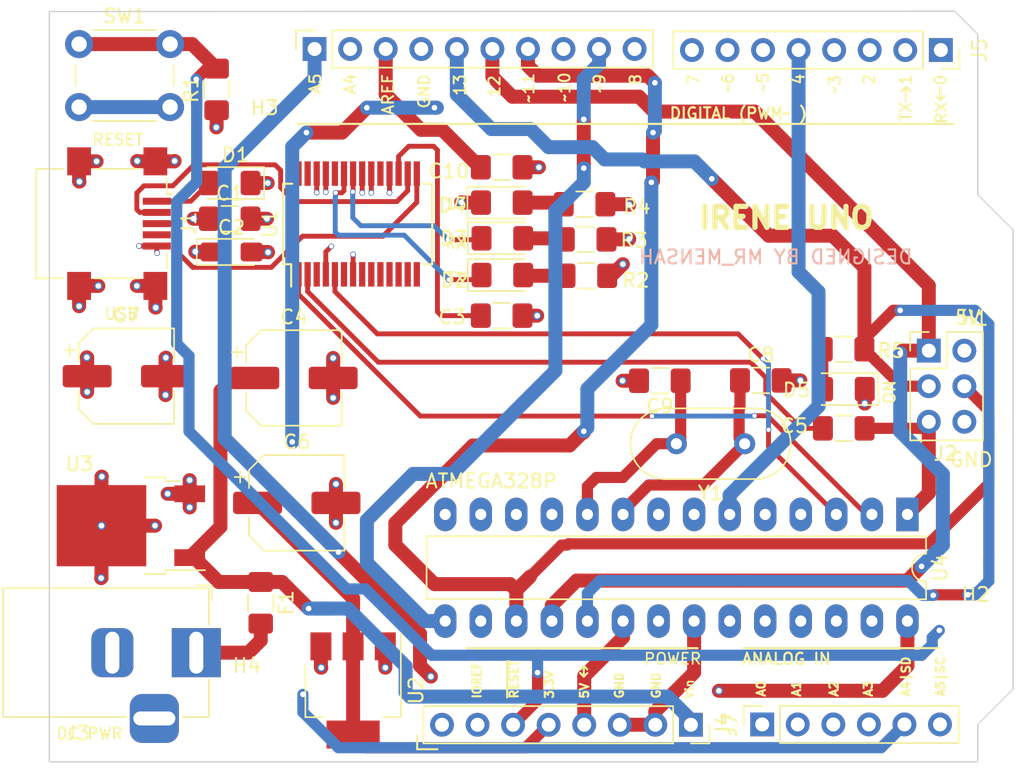
<source format=kicad_pcb>
(kicad_pcb (version 20171130) (host pcbnew "(5.1.6)-1")
  (layers (0 FRONT mixed) (1 5V power) (2 GND power) (31 BACK mixed) (34 B.Paste user) (35 F.Paste user) (36 B.SilkS user) (37 F.SilkS user) (38 B.Mask user) (39 F.Mask user) (44 Edge.Cuts user))
  (net 0 "")
  (net 1 GND)
  (net 2 +5V)
  (net 3 "Net-(C3-Pad2)")
  (net 4 VCC)
  (net 5 "Net-(C5-Pad2)")
  (net 6 /RST)
  (net 7 +3V3)
  (net 8 "Net-(C8-Pad1)")
  (net 9 "Net-(C9-Pad1)")
  (net 10 /AREF)
  (net 11 "Net-(D1-Pad2)")
  (net 12 "Net-(D2-Pad2)")
  (net 13 "Net-(D2-Pad1)")
  (net 14 "Net-(D3-Pad2)")
  (net 15 "Net-(D3-Pad1)")
  (net 16 "Net-(D4-Pad2)")
  (net 17 "Net-(D5-Pad2)")
  (net 18 "Net-(F1-Pad2)")
  (net 19 "Net-(J1-Pad4)")
  (net 20 "Net-(J1-Pad3)")
  (net 21 "Net-(J1-Pad2)")
  (net 22 /D11)
  (net 23 /D13)
  (net 24 /D12)
  (net 25 /A5)
  (net 26 /A4)
  (net 27 /A3)
  (net 28 /A2)
  (net 29 /A1)
  (net 30 /A0)
  (net 31 /D7)
  (net 32 /D6)
  (net 33 /D5)
  (net 34 /D4)
  (net 35 /D3)
  (net 36 /D2)
  (net 37 /RX)
  (net 38 /TX)
  (net 39 /D8)
  (net 40 /D9)
  (net 41 /D10)
  (net 42 "Net-(J7-Pad8)")
  (net 43 "Net-(U1-Pad28)")
  (net 44 "Net-(U1-Pad27)")
  (net 45 "Net-(U1-Pad19)")
  (net 46 "Net-(U1-Pad14)")
  (net 47 "Net-(U1-Pad13)")
  (net 48 "Net-(U1-Pad12)")
  (net 49 "Net-(U1-Pad11)")
  (net 50 "Net-(U1-Pad10)")
  (net 51 "Net-(U1-Pad9)")
  (net 52 "Net-(U1-Pad6)")
  (net 53 "Net-(U1-Pad3)")
  (module Package_DIP:DIP-28_W7.62mm_LongPads (layer FRONT) (at 99.575 63.6 270)
    (fp_text reference U4 (at 3.81 -2.33 90) (layer F.SilkS))
    (fp_text value ATmega328_DIP)
    (pad 28 thru_hole oval (at 7.62 0 270) (size 2.4 1.6) (drill 0.8) (layers *.Cu *.Mask) (net 25 /A5))
    (pad 14 thru_hole oval (at 0 33.02 270) (size 2.4 1.6) (drill 0.8) (layers *.Cu *.Mask) (net 39 /D8))
    (pad 27 thru_hole oval (at 7.62 2.54 270) (size 2.4 1.6) (drill 0.8) (layers *.Cu *.Mask) (net 26 /A4))
    (pad 13 thru_hole oval (at 0 30.48 270) (size 2.4 1.6) (drill 0.8) (layers *.Cu *.Mask) (net 31 /D7))
    (pad 26 thru_hole oval (at 7.62 5.08 270) (size 2.4 1.6) (drill 0.8) (layers *.Cu *.Mask) (net 27 /A3))
    (pad 12 thru_hole oval (at 0 27.94 270) (size 2.4 1.6) (drill 0.8) (layers *.Cu *.Mask) (net 32 /D6))
    (pad 25 thru_hole oval (at 7.62 7.62 270) (size 2.4 1.6) (drill 0.8) (layers *.Cu *.Mask) (net 28 /A2))
    (pad 11 thru_hole oval (at 0 25.4 270) (size 2.4 1.6) (drill 0.8) (layers *.Cu *.Mask) (net 33 /D5))
    (pad 24 thru_hole oval (at 7.62 10.16 270) (size 2.4 1.6) (drill 0.8) (layers *.Cu *.Mask) (net 29 /A1))
    (pad 10 thru_hole oval (at 0 22.86 270) (size 2.4 1.6) (drill 0.8) (layers *.Cu *.Mask) (net 9 "Net-(C9-Pad1)"))
    (pad 23 thru_hole oval (at 7.62 12.7 270) (size 2.4 1.6) (drill 0.8) (layers *.Cu *.Mask) (net 30 /A0))
    (pad 9 thru_hole oval (at 0 20.32 270) (size 2.4 1.6) (drill 0.8) (layers *.Cu *.Mask) (net 8 "Net-(C8-Pad1)"))
    (pad 22 thru_hole oval (at 7.62 15.24 270) (size 2.4 1.6) (drill 0.8) (layers *.Cu *.Mask) (net 1 GND))
    (pad 8 thru_hole oval (at 0 17.78 270) (size 2.4 1.6) (drill 0.8) (layers *.Cu *.Mask) (net 1 GND))
    (pad 21 thru_hole oval (at 7.62 17.78 270) (size 2.4 1.6) (drill 0.8) (layers *.Cu *.Mask) (net 10 /AREF))
    (pad 7 thru_hole oval (at 0 15.24 270) (size 2.4 1.6) (drill 0.8) (layers *.Cu *.Mask) (net 2 +5V))
    (pad 20 thru_hole oval (at 7.62 20.32 270) (size 2.4 1.6) (drill 0.8) (layers *.Cu *.Mask) (net 2 +5V))
    (pad 6 thru_hole oval (at 0 12.7 270) (size 2.4 1.6) (drill 0.8) (layers *.Cu *.Mask) (net 34 /D4))
    (pad 19 thru_hole oval (at 7.62 22.86 270) (size 2.4 1.6) (drill 0.8) (layers *.Cu *.Mask) (net 23 /D13))
    (pad 5 thru_hole oval (at 0 10.16 270) (size 2.4 1.6) (drill 0.8) (layers *.Cu *.Mask) (net 35 /D3))
    (pad 18 thru_hole oval (at 7.62 25.4 270) (size 2.4 1.6) (drill 0.8) (layers *.Cu *.Mask) (net 24 /D12))
    (pad 4 thru_hole oval (at 0 7.62 270) (size 2.4 1.6) (drill 0.8) (layers *.Cu *.Mask) (net 36 /D2))
    (pad 17 thru_hole oval (at 7.62 27.94 270) (size 2.4 1.6) (drill 0.8) (layers *.Cu *.Mask) (net 22 /D11))
    (pad 3 thru_hole oval (at 0 5.08 270) (size 2.4 1.6) (drill 0.8) (layers *.Cu *.Mask) (net 37 /RX))
    (pad 16 thru_hole oval (at 7.62 30.48 270) (size 2.4 1.6) (drill 0.8) (layers *.Cu *.Mask) (net 41 /D10))
    (pad 2 thru_hole oval (at 0 2.54 270) (size 2.4 1.6) (drill 0.8) (layers *.Cu *.Mask) (net 38 /TX))
    (pad 15 thru_hole oval (at 7.62 33.02 270) (size 2.4 1.6) (drill 0.8) (layers *.Cu *.Mask) (net 40 /D9))
    (pad 1 thru_hole rect (at 0 0 270) (size 2.4 1.6) (drill 0.8) (layers *.Cu *.Mask) (net 6 /RST))
  )
  (module Connector_PinSocket_2.54mm:PinSocket_1x08_P2.54mm_Vertical (layer FRONT) (at 84.105 78.625 270)
    (fp_text reference J7 (at 0 -2.77 90) (layer F.SilkS))
    (fp_text value "POWER PORT")
    (pad 8 thru_hole oval (at 0 17.78 270) (size 1.7 1.7) (drill 1) (layers *.Cu *.Mask) (net 42 "Net-(J7-Pad8)"))
    (pad 7 thru_hole oval (at 0 15.24 270) (size 1.7 1.7) (drill 1) (layers *.Cu *.Mask) (net 2 +5V))
    (pad 6 thru_hole oval (at 0 12.7 270) (size 1.7 1.7) (drill 1) (layers *.Cu *.Mask) (net 6 /RST))
    (pad 5 thru_hole oval (at 0 10.16 270) (size 1.7 1.7) (drill 1) (layers *.Cu *.Mask) (net 7 +3V3))
    (pad 4 thru_hole oval (at 0 7.62 270) (size 1.7 1.7) (drill 1) (layers *.Cu *.Mask) (net 2 +5V))
    (pad 3 thru_hole oval (at 0 5.08 270) (size 1.7 1.7) (drill 1) (layers *.Cu *.Mask) (net 1 GND))
    (pad 2 thru_hole oval (at 0 2.54 270) (size 1.7 1.7) (drill 1) (layers *.Cu *.Mask) (net 1 GND))
    (pad 1 thru_hole rect (at 0 0 270) (size 1.7 1.7) (drill 1) (layers *.Cu *.Mask) (net 4 VCC))
  )
  (module Package_TO_SOT_SMD:SOT-223-3_TabPin2 (layer FRONT) (at 59.975 76.175 270)
    (fp_text reference U2 (at 0 -4.5 90) (layer F.SilkS))
    (fp_text value AMS1117-3.3)
    (pad 1 smd rect (at -3.15 -2.3 270) (size 2 1.5) (layers FRONT F.Paste F.Mask) (net 1 GND))
    (pad 3 smd rect (at -3.15 2.3 270) (size 2 1.5) (layers FRONT F.Paste F.Mask) (net 2 +5V))
    (pad 2 smd rect (at -3.15 0 270) (size 2 1.5) (layers FRONT F.Paste F.Mask) (net 7 +3V3))
    (pad 2 smd rect (at 3.15 0 270) (size 2 3.8) (layers FRONT F.Paste F.Mask) (net 7 +3V3))
  )
  (module Capacitor_SMD:CP_Elec_6.3x5.4 (layer FRONT) (at 55.75 53.85)
    (fp_text reference C4 (at 0 -4.35) (layer F.SilkS))
    (fp_text value 480uF)
    (pad 2 smd roundrect (at 2.8 0) (size 3.5 1.6) (layers FRONT F.Paste F.Mask) (roundrect_rratio 0.15625) (net 1 GND))
    (pad 1 smd roundrect (at -2.8 0) (size 3.5 1.6) (layers FRONT F.Paste F.Mask) (roundrect_rratio 0.15625) (net 4 VCC))
  )
  (module Capacitor_SMD:C_1206_3216Metric_Pad1.42x1.75mm_HandSolder (layer FRONT) (at 70.5875 49.4 180)
    (fp_text reference C3 (at 3.5375 -0.1) (layer F.SilkS))
    (fp_text value 100nF)
    (pad 2 smd roundrect (at 1.4875 0 180) (size 1.425 1.75) (layers FRONT F.Paste F.Mask) (roundrect_rratio 0.175439) (net 3 "Net-(C3-Pad2)"))
    (pad 1 smd roundrect (at -1.4875 0 180) (size 1.425 1.75) (layers FRONT F.Paste F.Mask) (roundrect_rratio 0.175439) (net 1 GND))
  )
  (module Crystal:Crystal_HC49-4H_Vertical (layer FRONT) (at 87.95 58.55 180)
    (fp_text reference Y1 (at 2.44 -3.525) (layer F.SilkS))
    (fp_text value 16MHz)
    (pad 2 thru_hole circle (at 4.88 0 180) (size 1.5 1.5) (drill 0.8) (layers *.Cu *.Mask) (net 9 "Net-(C9-Pad1)"))
    (pad 1 thru_hole circle (at 0 0 180) (size 1.5 1.5) (drill 0.8) (layers *.Cu *.Mask) (net 8 "Net-(C8-Pad1)"))
  )
  (module Package_TO_SOT_SMD:TO-252-2 (layer FRONT) (at 44.1 64.405 180)
    (fp_text reference U3 (at 3.675 4.405) (layer F.SilkS))
    (fp_text value LM7805)
    (pad 2 smd rect (at 2.1 0 180) (size 6.4 5.8) (layers FRONT F.Mask) (net 1 GND))
    (pad 3 smd rect (at -4.2 2.28 180) (size 2.2 1.2) (layers FRONT F.Paste F.Mask) (net 2 +5V))
    (pad 1 smd rect (at -4.2 -2.28 180) (size 2.2 1.2) (layers FRONT F.Paste F.Mask) (net 4 VCC))
  )
  (module Package_SO:SSOP-28_5.3x10.2mm_P0.65mm (layer FRONT) (at 60.3 42.85 90)
    (fp_text reference U1 (at 0 -6.25 90) (layer F.SilkS))
    (fp_text value FT232RL)
    (pad 28 smd rect (at 3.6 -4.225 90) (size 1.75 0.45) (layers FRONT F.Paste F.Mask) (net 43 "Net-(U1-Pad28)"))
    (pad 27 smd rect (at 3.6 -3.575 90) (size 1.75 0.45) (layers FRONT F.Paste F.Mask) (net 44 "Net-(U1-Pad27)"))
    (pad 26 smd rect (at 3.6 -2.925 90) (size 1.75 0.45) (layers FRONT F.Paste F.Mask) (net 1 GND))
    (pad 25 smd rect (at 3.6 -2.275 90) (size 1.75 0.45) (layers FRONT F.Paste F.Mask) (net 1 GND))
    (pad 24 smd rect (at 3.6 -1.625 90) (size 1.75 0.45) (layers FRONT F.Paste F.Mask))
    (pad 23 smd rect (at 3.6 -0.975 90) (size 1.75 0.45) (layers FRONT F.Paste F.Mask) (net 13 "Net-(D2-Pad1)"))
    (pad 22 smd rect (at 3.6 -0.325 90) (size 1.75 0.45) (layers FRONT F.Paste F.Mask) (net 15 "Net-(D3-Pad1)"))
    (pad 21 smd rect (at 3.6 0.325 90) (size 1.75 0.45) (layers FRONT F.Paste F.Mask) (net 1 GND))
    (pad 20 smd rect (at 3.6 0.975 90) (size 1.75 0.45) (layers FRONT F.Paste F.Mask) (net 2 +5V))
    (pad 19 smd rect (at 3.6 1.625 90) (size 1.75 0.45) (layers FRONT F.Paste F.Mask) (net 45 "Net-(U1-Pad19)"))
    (pad 18 smd rect (at 3.6 2.275 90) (size 1.75 0.45) (layers FRONT F.Paste F.Mask) (net 1 GND))
    (pad 17 smd rect (at 3.6 2.925 90) (size 1.75 0.45) (layers FRONT F.Paste F.Mask) (net 3 "Net-(C3-Pad2)"))
    (pad 16 smd rect (at 3.6 3.575 90) (size 1.75 0.45) (layers FRONT F.Paste F.Mask) (net 21 "Net-(J1-Pad2)"))
    (pad 15 smd rect (at 3.6 4.225 90) (size 1.75 0.45) (layers FRONT F.Paste F.Mask) (net 20 "Net-(J1-Pad3)"))
    (pad 14 smd rect (at -3.6 4.225 90) (size 1.75 0.45) (layers FRONT F.Paste F.Mask) (net 46 "Net-(U1-Pad14)"))
    (pad 13 smd rect (at -3.6 3.575 90) (size 1.75 0.45) (layers FRONT F.Paste F.Mask) (net 47 "Net-(U1-Pad13)"))
    (pad 12 smd rect (at -3.6 2.925 90) (size 1.75 0.45) (layers FRONT F.Paste F.Mask) (net 48 "Net-(U1-Pad12)"))
    (pad 11 smd rect (at -3.6 2.275 90) (size 1.75 0.45) (layers FRONT F.Paste F.Mask) (net 49 "Net-(U1-Pad11)"))
    (pad 10 smd rect (at -3.6 1.625 90) (size 1.75 0.45) (layers FRONT F.Paste F.Mask) (net 50 "Net-(U1-Pad10)"))
    (pad 9 smd rect (at -3.6 0.975 90) (size 1.75 0.45) (layers FRONT F.Paste F.Mask) (net 51 "Net-(U1-Pad9)"))
    (pad 8 smd rect (at -3.6 0.325 90) (size 1.75 0.45) (layers FRONT F.Paste F.Mask))
    (pad 7 smd rect (at -3.6 -0.325 90) (size 1.75 0.45) (layers FRONT F.Paste F.Mask) (net 1 GND))
    (pad 6 smd rect (at -3.6 -0.975 90) (size 1.75 0.45) (layers FRONT F.Paste F.Mask) (net 52 "Net-(U1-Pad6)"))
    (pad 5 smd rect (at -3.6 -1.625 90) (size 1.75 0.45) (layers FRONT F.Paste F.Mask) (net 37 /RX))
    (pad 4 smd rect (at -3.6 -2.275 90) (size 1.75 0.45) (layers FRONT F.Paste F.Mask) (net 2 +5V))
    (pad 3 smd rect (at -3.6 -2.925 90) (size 1.75 0.45) (layers FRONT F.Paste F.Mask) (net 53 "Net-(U1-Pad3)"))
    (pad 2 smd rect (at -3.6 -3.575 90) (size 1.75 0.45) (layers FRONT F.Paste F.Mask) (net 5 "Net-(C5-Pad2)"))
    (pad 1 smd rect (at -3.6 -4.225 90) (size 1.75 0.45) (layers FRONT F.Paste F.Mask) (net 38 /TX))
  )
  (module Button_Switch_THT:SW_PUSH_6mm_H5mm (layer FRONT) (at 40.4 30)
    (fp_text reference SW1 (at 3.25 -2) (layer F.SilkS))
    (fp_text value SW_Push_Dual)
    (pad 1 thru_hole circle (at 6.5 0 90) (size 2 2) (drill 1.1) (layers *.Cu *.Mask) (net 6 /RST))
    (pad 2 thru_hole circle (at 6.5 4.5 90) (size 2 2) (drill 1.1) (layers *.Cu *.Mask) (net 1 GND))
    (pad 1 thru_hole circle (at 0 0 90) (size 2 2) (drill 1.1) (layers *.Cu *.Mask) (net 6 /RST))
    (pad 2 thru_hole circle (at 0 4.5 90) (size 2 2) (drill 1.1) (layers *.Cu *.Mask) (net 1 GND))
  )
  (module Resistor_SMD:R_1206_3216Metric_Pad1.42x1.75mm_HandSolder (layer FRONT) (at 95.0125 51.8 180)
    (fp_text reference R5 (at -3.3875 -0.1) (layer F.SilkS))
    (fp_text value R_Small)
    (pad 2 smd roundrect (at 1.4875 0 180) (size 1.425 1.75) (layers FRONT F.Paste F.Mask) (roundrect_rratio 0.175439) (net 17 "Net-(D5-Pad2)"))
    (pad 1 smd roundrect (at -1.4875 0 180) (size 1.425 1.75) (layers FRONT F.Paste F.Mask) (roundrect_rratio 0.175439) (net 23 /D13))
  )
  (module Resistor_SMD:R_1206_3216Metric_Pad1.42x1.75mm_HandSolder (layer FRONT) (at 76.51 41.44)
    (fp_text reference R4 (at 3.74 0.185) (layer F.SilkS))
    (fp_text value 10K)
    (pad 2 smd roundrect (at 1.4875 0) (size 1.425 1.75) (layers FRONT F.Paste F.Mask) (roundrect_rratio 0.175439) (net 2 +5V))
    (pad 1 smd roundrect (at -1.4875 0) (size 1.425 1.75) (layers FRONT F.Paste F.Mask) (roundrect_rratio 0.175439) (net 16 "Net-(D4-Pad2)"))
  )
  (module Resistor_SMD:R_1206_3216Metric_Pad1.42x1.75mm_HandSolder (layer FRONT) (at 76.5875 43.95 180)
    (fp_text reference R3 (at -3.4625 -0.075) (layer F.SilkS))
    (fp_text value 1K)
    (pad 2 smd roundrect (at 1.4875 0 180) (size 1.425 1.75) (layers FRONT F.Paste F.Mask) (roundrect_rratio 0.175439) (net 14 "Net-(D3-Pad2)"))
    (pad 1 smd roundrect (at -1.4875 0 180) (size 1.425 1.75) (layers FRONT F.Paste F.Mask) (roundrect_rratio 0.175439) (net 2 +5V))
  )
  (module Resistor_SMD:R_1206_3216Metric_Pad1.42x1.75mm_HandSolder (layer FRONT) (at 76.6375 46.55 180)
    (fp_text reference R2 (at -3.5375 -0.325) (layer F.SilkS))
    (fp_text value 1K)
    (pad 2 smd roundrect (at 1.4875 0 180) (size 1.425 1.75) (layers FRONT F.Paste F.Mask) (roundrect_rratio 0.175439) (net 12 "Net-(D2-Pad2)"))
    (pad 1 smd roundrect (at -1.4875 0 180) (size 1.425 1.75) (layers FRONT F.Paste F.Mask) (roundrect_rratio 0.175439) (net 2 +5V))
  )
  (module Resistor_SMD:R_1206_3216Metric_Pad1.42x1.75mm_HandSolder (layer FRONT) (at 50.225 33.2375 90)
    (fp_text reference R1 (at 0 -1.82 90) (layer F.SilkS))
    (fp_text value R)
    (pad 2 smd roundrect (at 1.4875 0 90) (size 1.425 1.75) (layers FRONT F.Paste F.Mask) (roundrect_rratio 0.175439) (net 6 /RST))
    (pad 1 smd roundrect (at -1.4875 0 90) (size 1.425 1.75) (layers FRONT F.Paste F.Mask) (roundrect_rratio 0.175439) (net 2 +5V))
  )
  (module Connector_PinSocket_2.54mm:PinSocket_1x10_P2.54mm_Vertical (layer FRONT) (at 57.225 30.35 90)
    (fp_text reference J6 (at 0 -2.77 90) (layer F.SilkS))
    (fp_text value D8-D13)
    (pad 10 thru_hole oval (at 0 22.86 90) (size 1.7 1.7) (drill 1) (layers *.Cu *.Mask) (net 39 /D8))
    (pad 9 thru_hole oval (at 0 20.32 90) (size 1.7 1.7) (drill 1) (layers *.Cu *.Mask) (net 40 /D9))
    (pad 8 thru_hole oval (at 0 17.78 90) (size 1.7 1.7) (drill 1) (layers *.Cu *.Mask) (net 41 /D10))
    (pad 7 thru_hole oval (at 0 15.24 90) (size 1.7 1.7) (drill 1) (layers *.Cu *.Mask) (net 22 /D11))
    (pad 6 thru_hole oval (at 0 12.7 90) (size 1.7 1.7) (drill 1) (layers *.Cu *.Mask) (net 24 /D12))
    (pad 5 thru_hole oval (at 0 10.16 90) (size 1.7 1.7) (drill 1) (layers *.Cu *.Mask) (net 23 /D13))
    (pad 4 thru_hole oval (at 0 7.62 90) (size 1.7 1.7) (drill 1) (layers *.Cu *.Mask) (net 1 GND))
    (pad 3 thru_hole oval (at 0 5.08 90) (size 1.7 1.7) (drill 1) (layers *.Cu *.Mask) (net 10 /AREF))
    (pad 2 thru_hole oval (at 0 2.54 90) (size 1.7 1.7) (drill 1) (layers *.Cu *.Mask) (net 26 /A4))
    (pad 1 thru_hole rect (at 0 0 90) (size 1.7 1.7) (drill 1) (layers *.Cu *.Mask) (net 25 /A5))
  )
  (module Connector_PinSocket_2.54mm:PinSocket_1x08_P2.54mm_Vertical (layer FRONT) (at 101.96 30.425 270)
    (fp_text reference J5 (at 0 -2.77 90) (layer F.SilkS))
    (fp_text value "D0 - D7")
    (pad 8 thru_hole oval (at 0 17.78 270) (size 1.7 1.7) (drill 1) (layers *.Cu *.Mask) (net 31 /D7))
    (pad 7 thru_hole oval (at 0 15.24 270) (size 1.7 1.7) (drill 1) (layers *.Cu *.Mask) (net 32 /D6))
    (pad 6 thru_hole oval (at 0 12.7 270) (size 1.7 1.7) (drill 1) (layers *.Cu *.Mask) (net 33 /D5))
    (pad 5 thru_hole oval (at 0 10.16 270) (size 1.7 1.7) (drill 1) (layers *.Cu *.Mask) (net 34 /D4))
    (pad 4 thru_hole oval (at 0 7.62 270) (size 1.7 1.7) (drill 1) (layers *.Cu *.Mask) (net 35 /D3))
    (pad 3 thru_hole oval (at 0 5.08 270) (size 1.7 1.7) (drill 1) (layers *.Cu *.Mask) (net 36 /D2))
    (pad 2 thru_hole oval (at 0 2.54 270) (size 1.7 1.7) (drill 1) (layers *.Cu *.Mask) (net 37 /RX))
    (pad 1 thru_hole rect (at 0 0 270) (size 1.7 1.7) (drill 1) (layers *.Cu *.Mask) (net 38 /TX))
  )
  (module Connector_PinSocket_2.54mm:PinSocket_1x06_P2.54mm_Vertical (layer FRONT) (at 89.2 78.6 90)
    (fp_text reference J4 (at 0 -2.77 90) (layer F.SilkS))
    (fp_text value "ANALOG PORTS")
    (pad 6 thru_hole oval (at 0 12.7 90) (size 1.7 1.7) (drill 1) (layers *.Cu *.Mask) (net 25 /A5))
    (pad 5 thru_hole oval (at 0 10.16 90) (size 1.7 1.7) (drill 1) (layers *.Cu *.Mask) (net 26 /A4))
    (pad 4 thru_hole oval (at 0 7.62 90) (size 1.7 1.7) (drill 1) (layers *.Cu *.Mask) (net 27 /A3))
    (pad 3 thru_hole oval (at 0 5.08 90) (size 1.7 1.7) (drill 1) (layers *.Cu *.Mask) (net 28 /A2))
    (pad 2 thru_hole oval (at 0 2.54 90) (size 1.7 1.7) (drill 1) (layers *.Cu *.Mask) (net 29 /A1))
    (pad 1 thru_hole rect (at 0 0 90) (size 1.7 1.7) (drill 1) (layers *.Cu *.Mask) (net 30 /A0))
  )
  (module Connector_BarrelJack:BarrelJack_Horizontal (layer FRONT) (at 48.775 73.475)
    (fp_text reference J3 (at -8.45 5.75) (layer F.SilkS))
    (fp_text value Barrel_Jack_Switch)
    (pad 3 thru_hole roundrect (at -3 4.7) (size 3.5 3.5) (drill oval 3 1) (layers *.Cu *.Mask) (net 1 GND))
    (pad 2 thru_hole roundrect (at -6 0) (size 3 3.5) (drill oval 1 3) (layers *.Cu *.Mask) (net 1 GND))
    (pad 1 thru_hole rect (at 0 0) (size 3.5 3.5) (drill oval 1 3) (layers *.Cu *.Mask) (net 18 "Net-(F1-Pad2)"))
  )
  (module Connector_PinHeader_2.54mm:PinHeader_2x03_P2.54mm_Vertical (layer FRONT) (at 101.1 51.9)
    (fp_text reference J2 (at 1.2 7.35) (layer F.SilkS))
    (fp_text value AVR-ISP-6)
    (pad 6 thru_hole oval (at 2.54 5.08) (size 1.7 1.7) (drill 1) (layers *.Cu *.Mask) (net 1 GND))
    (pad 5 thru_hole oval (at 0 5.08) (size 1.7 1.7) (drill 1) (layers *.Cu *.Mask) (net 6 /RST))
    (pad 4 thru_hole oval (at 2.54 2.54) (size 1.7 1.7) (drill 1) (layers *.Cu *.Mask) (net 22 /D11))
    (pad 3 thru_hole oval (at 0 2.54) (size 1.7 1.7) (drill 1) (layers *.Cu *.Mask) (net 23 /D13))
    (pad 2 thru_hole oval (at 2.54 0) (size 1.7 1.7) (drill 1) (layers *.Cu *.Mask) (net 2 +5V))
    (pad 1 thru_hole rect (at 0 0) (size 1.7 1.7) (drill 1) (layers *.Cu *.Mask) (net 24 /D12))
  )
  (module Connector_USB:USB_Mini-B_Lumberg_2486_01_Horizontal (layer FRONT) (at 43.25 42.825 270)
    (fp_text reference J1 (at 0 -5 90) (layer F.SilkS))
    (fp_text value USB_B_Mini)
    (pad "" np_thru_hole circle (at 2.2 0 270) (size 1 1) (drill 1) (layers *.Cu *.Mask))
    (pad "" np_thru_hole circle (at -2.2 0 270) (size 1 1) (drill 1) (layers *.Cu *.Mask))
    (pad 6 smd rect (at 4.45 2.85 270) (size 2 1.7) (layers FRONT F.Paste F.Mask) (net 1 GND))
    (pad 6 smd rect (at 4.45 -2.6 270) (size 2 1.7) (layers FRONT F.Paste F.Mask) (net 1 GND))
    (pad 6 smd rect (at -4.45 2.85 270) (size 2 1.7) (layers FRONT F.Paste F.Mask) (net 1 GND))
    (pad 6 smd rect (at -4.45 -2.6 270) (size 2 1.7) (layers FRONT F.Paste F.Mask) (net 1 GND))
    (pad 5 smd rect (at 1.6 -2.7 270) (size 0.5 2) (layers FRONT F.Paste F.Mask) (net 1 GND))
    (pad 4 smd rect (at 0.8 -2.7 270) (size 0.5 2) (layers FRONT F.Paste F.Mask) (net 19 "Net-(J1-Pad4)"))
    (pad 3 smd rect (at 0 -2.7 270) (size 0.5 2) (layers FRONT F.Paste F.Mask) (net 20 "Net-(J1-Pad3)"))
    (pad 2 smd rect (at -0.8 -2.7 270) (size 0.5 2) (layers FRONT F.Paste F.Mask) (net 21 "Net-(J1-Pad2)"))
    (pad 1 smd rect (at -1.6 -2.7 270) (size 0.5 2) (layers FRONT F.Paste F.Mask) (net 11 "Net-(D1-Pad2)"))
  )
  (module MountingHole:MountingHole_3.2mm_M3 (layer FRONT) (at 52.375 78.6)
    (fp_text reference H4 (at 0 -4.2) (layer F.SilkS))
    (fp_text value H4)
    (pad 1 np_thru_hole circle (at 0 0) (size 3.2 3.2) (drill 3.2) (layers *.Cu *.Mask))
  )
  (module MountingHole:MountingHole_3.2mm_M3 (layer FRONT) (at 53.65 30.325)
    (fp_text reference H3 (at 0 4.225) (layer F.SilkS))
    (fp_text value H3)
    (pad 1 np_thru_hole circle (at 0 0) (size 3.2 3.2) (drill 3.2) (layers *.Cu *.Mask))
  )
  (module MountingHole:MountingHole_3.2mm_M3 (layer FRONT) (at 104.45 73.525)
    (fp_text reference H2 (at 0 -4.2) (layer F.SilkS))
    (fp_text value H2)
    (pad 1 np_thru_hole circle (at 0 0) (size 3.2 3.2) (drill 3.2) (layers *.Cu *.Mask))
  )
  (module MountingHole:MountingHole_3.2mm_M3 (layer FRONT) (at 104.425 45.575)
    (fp_text reference H1 (at -0.075 4.025) (layer F.SilkS))
    (fp_text value H1)
    (pad 1 np_thru_hole circle (at 0 0) (size 3.2 3.2) (drill 3.2) (layers *.Cu *.Mask))
  )
  (module Fuse:Fuse_1206_3216Metric_Pad1.42x1.75mm_HandSolder (layer FRONT) (at 53.375 69.9125 270)
    (fp_text reference F1 (at 0 -1.82 90) (layer F.SilkS))
    (fp_text value 1A)
    (pad 2 smd roundrect (at 1.4875 0 270) (size 1.425 1.75) (layers FRONT F.Paste F.Mask) (roundrect_rratio 0.175439) (net 18 "Net-(F1-Pad2)"))
    (pad 1 smd roundrect (at -1.4875 0 270) (size 1.425 1.75) (layers FRONT F.Paste F.Mask) (roundrect_rratio 0.175439) (net 4 VCC))
  )
  (module LED_SMD:LED_1206_3216Metric_Pad1.42x1.75mm_HandSolder (layer FRONT) (at 95.0375 54.65 180)
    (fp_text reference D5 (at 3.3875 -0.075) (layer F.SilkS))
    (fp_text value LED)
    (pad 2 smd roundrect (at 1.4875 0 180) (size 1.425 1.75) (layers FRONT F.Paste F.Mask) (roundrect_rratio 0.175439) (net 17 "Net-(D5-Pad2)"))
    (pad 1 smd roundrect (at -1.4875 0 180) (size 1.425 1.75) (layers FRONT F.Paste F.Mask) (roundrect_rratio 0.175439) (net 1 GND))
  )
  (module LED_SMD:LED_1206_3216Metric_Pad1.42x1.75mm_HandSolder (layer FRONT) (at 70.6 41.325)
    (fp_text reference D4 (at -3.55 0.2) (layer F.SilkS))
    (fp_text value RED)
    (pad 2 smd roundrect (at 1.4875 0) (size 1.425 1.75) (layers FRONT F.Paste F.Mask) (roundrect_rratio 0.175439) (net 16 "Net-(D4-Pad2)"))
    (pad 1 smd roundrect (at -1.4875 0) (size 1.425 1.75) (layers FRONT F.Paste F.Mask) (roundrect_rratio 0.175439) (net 1 GND))
  )
  (module LED_SMD:LED_1206_3216Metric_Pad1.42x1.75mm_HandSolder (layer FRONT) (at 70.6375 43.875)
    (fp_text reference D3 (at -3.4625 0) (layer F.SilkS))
    (fp_text value "RX LED")
    (pad 2 smd roundrect (at 1.4875 0) (size 1.425 1.75) (layers FRONT F.Paste F.Mask) (roundrect_rratio 0.175439) (net 14 "Net-(D3-Pad2)"))
    (pad 1 smd roundrect (at -1.4875 0) (size 1.425 1.75) (layers FRONT F.Paste F.Mask) (roundrect_rratio 0.175439) (net 15 "Net-(D3-Pad1)"))
  )
  (module LED_SMD:LED_1206_3216Metric_Pad1.42x1.75mm_HandSolder (layer FRONT) (at 70.6375 46.5)
    (fp_text reference D2 (at -3.4125 0.375) (layer F.SilkS))
    (fp_text value "TX LED")
    (pad 2 smd roundrect (at 1.4875 0) (size 1.425 1.75) (layers FRONT F.Paste F.Mask) (roundrect_rratio 0.175439) (net 12 "Net-(D2-Pad2)"))
    (pad 1 smd roundrect (at -1.4875 0) (size 1.425 1.75) (layers FRONT F.Paste F.Mask) (roundrect_rratio 0.175439) (net 13 "Net-(D2-Pad1)"))
  )
  (module Diode_SMD:D_1206_3216Metric_Pad1.42x1.75mm_HandSolder (layer FRONT) (at 51.1625 39.925 180)
    (fp_text reference D1 (at -0.4125 2) (layer F.SilkS))
    (fp_text value D_Schottky)
    (pad 2 smd roundrect (at 1.4875 0 180) (size 1.425 1.75) (layers FRONT F.Paste F.Mask) (roundrect_rratio 0.175439) (net 11 "Net-(D1-Pad2)"))
    (pad 1 smd roundrect (at -1.4875 0 180) (size 1.425 1.75) (layers FRONT F.Paste F.Mask) (roundrect_rratio 0.175439) (net 2 +5V))
  )
  (module Capacitor_SMD:C_1206_3216Metric_Pad1.42x1.75mm_HandSolder (layer FRONT) (at 70.5875 38.8)
    (fp_text reference C10 (at -3.7625 0.275) (layer F.SilkS))
    (fp_text value 100nF)
    (pad 2 smd roundrect (at 1.4875 0) (size 1.425 1.75) (layers FRONT F.Paste F.Mask) (roundrect_rratio 0.175439) (net 1 GND))
    (pad 1 smd roundrect (at -1.4875 0) (size 1.425 1.75) (layers FRONT F.Paste F.Mask) (roundrect_rratio 0.175439) (net 10 /AREF))
  )
  (module Capacitor_SMD:C_1206_3216Metric_Pad1.42x1.75mm_HandSolder (layer FRONT) (at 81.8875 54.05 180)
    (fp_text reference C9 (at 0 -1.82) (layer F.SilkS))
    (fp_text value 22pF)
    (pad 2 smd roundrect (at 1.4875 0 180) (size 1.425 1.75) (layers FRONT F.Paste F.Mask) (roundrect_rratio 0.175439) (net 1 GND))
    (pad 1 smd roundrect (at -1.4875 0 180) (size 1.425 1.75) (layers FRONT F.Paste F.Mask) (roundrect_rratio 0.175439) (net 9 "Net-(C9-Pad1)"))
  )
  (module Capacitor_SMD:C_1206_3216Metric_Pad1.42x1.75mm_HandSolder (layer FRONT) (at 89.1 54.025)
    (fp_text reference C8 (at 0 -1.82) (layer F.SilkS))
    (fp_text value 22pF)
    (pad 2 smd roundrect (at 1.4875 0) (size 1.425 1.75) (layers FRONT F.Paste F.Mask) (roundrect_rratio 0.175439) (net 1 GND))
    (pad 1 smd roundrect (at -1.4875 0) (size 1.425 1.75) (layers FRONT F.Paste F.Mask) (roundrect_rratio 0.175439) (net 8 "Net-(C8-Pad1)"))
  )
  (module Capacitor_SMD:CP_Elec_6.3x5.4 (layer FRONT) (at 43.775 53.725)
    (fp_text reference C7 (at 0 -4.35) (layer F.SilkS))
    (fp_text value 100uF)
    (pad 2 smd roundrect (at 2.8 0) (size 3.5 1.6) (layers FRONT F.Paste F.Mask) (roundrect_rratio 0.15625) (net 1 GND))
    (pad 1 smd roundrect (at -2.8 0) (size 3.5 1.6) (layers FRONT F.Paste F.Mask) (roundrect_rratio 0.15625) (net 2 +5V))
  )
  (module Capacitor_SMD:CP_Elec_6.3x5.4 (layer FRONT) (at 55.95 62.775)
    (fp_text reference C6 (at 0 -4.35) (layer F.SilkS))
    (fp_text value 100uF)
    (pad 2 smd roundrect (at 2.8 0) (size 3.5 1.6) (layers FRONT F.Paste F.Mask) (roundrect_rratio 0.15625) (net 1 GND))
    (pad 1 smd roundrect (at -2.8 0) (size 3.5 1.6) (layers FRONT F.Paste F.Mask) (roundrect_rratio 0.15625) (net 7 +3V3))
  )
  (module Capacitor_SMD:C_1206_3216Metric_Pad1.42x1.75mm_HandSolder (layer FRONT) (at 95.025 57.45 180)
    (fp_text reference C5 (at 3.525 0.175) (layer F.SilkS))
    (fp_text value 100nF)
    (pad 2 smd roundrect (at 1.4875 0 180) (size 1.425 1.75) (layers FRONT F.Paste F.Mask) (roundrect_rratio 0.175439) (net 5 "Net-(C5-Pad2)"))
    (pad 1 smd roundrect (at -1.4875 0 180) (size 1.425 1.75) (layers FRONT F.Paste F.Mask) (roundrect_rratio 0.175439) (net 6 /RST))
  )
  (module Capacitor_Tantalum_SMD:CP_EIA-3216-10_Kemet-I_Pad1.58x1.35mm_HandSolder (layer FRONT) (at 51.2875 44.85)
    (fp_text reference C2 (at 0 -1.75) (layer F.SilkS))
    (fp_text value 4.7uF)
    (pad 2 smd roundrect (at 1.4375 0) (size 1.575 1.35) (layers FRONT F.Paste F.Mask) (roundrect_rratio 0.185185) (net 1 GND))
    (pad 1 smd roundrect (at -1.4375 0) (size 1.575 1.35) (layers FRONT F.Paste F.Mask) (roundrect_rratio 0.185185) (net 2 +5V))
  )
  (module Capacitor_SMD:C_1206_3216Metric_Pad1.42x1.75mm_HandSolder (layer FRONT) (at 51.1625 42.475)
    (fp_text reference C1 (at 0 -1.82) (layer F.SilkS))
    (fp_text value 100nF)
    (pad 2 smd roundrect (at 1.4875 0) (size 1.425 1.75) (layers FRONT F.Paste F.Mask) (roundrect_rratio 0.175439) (net 1 GND))
    (pad 1 smd roundrect (at -1.4875 0) (size 1.425 1.75) (layers FRONT F.Paste F.Mask) (roundrect_rratio 0.175439) (net 2 +5V))
  )
  (gr_text "DESIGNED BY MR_MENSAH" (at 90.17 45.212) (layer B.SilkS) (effects (font (size 1 1)) (justify mirror)))
  (gr_text 13 (at 67.31 41.402) (layer F.SilkS) (effects (font (size 0.8 0.8))))
  (gr_text RX (at 67.31 44.196) (layer F.SilkS) (effects (font (size 0.8 0.8))))
  (gr_text TX (at 67.31 46.736) (layer F.SilkS) (effects (font (size 0.8 0.8))))
  (gr_line (start 76.454 74.422) (end 76.708 74.676) (layer F.SilkS) (width 0.15))
  (gr_line (start 76.2 74.676) (end 76.454 74.422) (layer F.SilkS) (width 0.15))
  (gr_line (start 76.454 74.422) (end 76.2 74.676) (layer F.SilkS) (width 0.15))
  (gr_line (start 76.454 75.184) (end 76.708 74.93) (layer F.SilkS) (width 0.15))
  (gr_line (start 76.2 74.93) (end 76.454 75.184) (layer F.SilkS) (width 0.15))
  (gr_line (start 76.454 75.184) (end 76.2 74.93) (layer F.SilkS) (width 0.15))
  (gr_line (start 76.454 74.422) (end 76.454 75.184) (layer F.SilkS) (width 0.15))
  (gr_line (start 68.072 73.152) (end 84.582 73.152) (layer F.SilkS) (width 0.15))
  (gr_text RESET (at 43.18 36.83) (layer F.SilkS) (effects (font (size 0.8 0.8) (thickness 0.14))))
  (gr_text "DC PWR" (at 41.148 79.248) (layer F.SilkS) (effects (font (size 0.8 0.8) (thickness 0.14))))
  (gr_text USB (at 43.434 49.276) (layer F.SilkS) (effects (font (size 0.8 0.8) (thickness 0.14))))
  (gr_text 5V (at 103.886 49.53) (layer F.SilkS) (effects (font (size 1 1))))
  (gr_text GND (at 104.14 59.69) (layer F.SilkS) (effects (font (size 1 1))))
  (gr_text ON (at 98.298 54.864 90) (layer F.SilkS) (effects (font (size 0.8 0.8))))
  (gr_text ATMEGA328P (at 69.85 61.214) (layer F.SilkS) (effects (font (size 1 1))))
  (gr_text "IRENE UNO" (at 90.932 42.418) (layer F.SilkS) (effects (font (size 1.5 1.5) (thickness 0.375))))
  (gr_text "ANALOG IN" (at 90.932 73.914) (layer F.SilkS) (effects (font (size 0.8 0.8))))
  (gr_text IOREF (at 68.825 75.448214 90) (layer F.SilkS) (effects (font (size 0.6 0.6))))
  (gr_text ~RESET (at 71.475 75.376785 90) (layer F.SilkS) (effects (font (size 0.6 0.6))))
  (gr_text 3.3V (at 74 75.7625 90) (layer F.SilkS) (effects (font (size 0.6 0.6))))
  (gr_text 5V (at 76.5 76.191071 90) (layer F.SilkS) (effects (font (size 0.6 0.6))))
  (gr_text GND (at 78.994 75.819643 90) (layer F.SilkS) (effects (font (size 0.6 0.6))))
  (gr_text GND (at 81.625 75.819643 90) (layer F.SilkS) (effects (font (size 0.6 0.6))))
  (gr_text Vin (at 84 76.075 90) (layer F.SilkS) (effects (font (size 0.6 0.6) (thickness 0.125))))
  (gr_text POWER (at 82.804 73.914) (layer F.SilkS) (effects (font (size 0.8 0.8) (thickness 0.125))))
  (gr_line (start 64.55 80.375) (end 66 80.375) (layer F.SilkS) (width 0.15))
  (gr_line (start 64.55 79.4) (end 64.55 80.375) (layer F.SilkS) (width 0.15))
  (gr_text A0 (at 89.125 76.055428 90) (layer F.SilkS) (effects (font (size 0.6 0.6))))
  (gr_text A1 (at 91.65 76.055428 90) (layer F.SilkS) (effects (font (size 0.6 0.6))))
  (gr_text A2 (at 94.325 76.055428 90) (layer F.SilkS) (effects (font (size 0.6 0.6))))
  (gr_text A3 (at 96.774 76.055428 90) (layer F.SilkS) (effects (font (size 0.6 0.6))))
  (gr_text A4|SD (at 99.475 75.184 90) (layer F.SilkS) (effects (font (size 0.6 0.6))))
  (gr_text A5|SC (at 101.95 75.184 90) (layer F.SilkS) (effects (font (size 0.6 0.6))))
  (gr_line (start 87.85 73.152) (end 101.8 73.152) (layer F.SilkS) (width 0.15))
  (gr_line (start 99.475 33.05) (end 99.775 33.35) (layer F.SilkS) (width 0.15))
  (gr_line (start 99.15 33.375) (end 99.475 33.05) (layer F.SilkS) (width 0.15))
  (gr_line (start 99.45 33.075) (end 99.15 33.375) (layer F.SilkS) (width 0.15))
  (gr_line (start 99.45 34.1) (end 99.45 33.075) (layer F.SilkS) (width 0.15))
  (gr_line (start 101.925 34) (end 101.65 33.725) (layer F.SilkS) (width 0.15))
  (gr_line (start 102.225 33.7) (end 101.925 34) (layer F.SilkS) (width 0.15))
  (gr_line (start 101.925 34) (end 102.225 33.7) (layer F.SilkS) (width 0.15))
  (gr_line (start 101.925 33.075) (end 101.925 34) (layer F.SilkS) (width 0.15))
  (gr_text A5 (at 57.275 32.825 90) (layer F.SilkS) (effects (font (size 0.8 0.8) (thickness 0.14))))
  (gr_text A4 (at 59.75 32.85 90) (layer F.SilkS) (effects (font (size 0.8 0.8) (thickness 0.14))))
  (gr_text AREF (at 62.475 33.6 90) (layer F.SilkS) (effects (font (size 0.8 0.8) (thickness 0.14))))
  (gr_text GND (at 65.05 33.375 90) (layer F.SilkS) (effects (font (size 0.8 0.8) (thickness 0.14))))
  (gr_text 13 (at 67.6 32.925 90) (layer F.SilkS) (effects (font (size 0.8 0.8) (thickness 0.14))))
  (gr_text 12 (at 70.075 33 90) (layer F.SilkS) (effects (font (size 0.8 0.8) (thickness 0.14))))
  (gr_text ~~11 (at 72.5 33.125 90) (layer F.SilkS) (effects (font (size 0.8 0.8) (thickness 0.14))))
  (gr_text ~~10 (at 75.075 33.075 90) (layer F.SilkS) (effects (font (size 0.8 0.8) (thickness 0.14))))
  (gr_text ~~9 (at 77.575 32.8 90) (layer F.SilkS) (effects (font (size 0.8 0.8) (thickness 0.14))))
  (gr_text 8 (at 80.15 32.525 90) (layer F.SilkS) (effects (font (size 0.8 0.8) (thickness 0.14))))
  (gr_text 7 (at 84.3 32.55 90) (layer F.SilkS) (effects (font (size 0.8 0.8) (thickness 0.14))))
  (gr_text ~~6 (at 86.75 32.75 90) (layer F.SilkS) (effects (font (size 0.8 0.8) (thickness 0.14))))
  (gr_text ~~5 (at 89.275 32.725 90) (layer F.SilkS) (effects (font (size 0.8 0.8) (thickness 0.14))))
  (gr_text 4 (at 91.8 32.5 90) (layer F.SilkS) (effects (font (size 0.8 0.8) (thickness 0.14))))
  (gr_text ~~3 (at 94.375 32.875 90) (layer F.SilkS) (effects (font (size 0.8 0.8) (thickness 0.14))))
  (gr_text 2 (at 96.85 32.525 90) (layer F.SilkS) (effects (font (size 0.8 0.8) (thickness 0.14))))
  (gr_text TX (at 99.45 34.825 90) (layer F.SilkS) (effects (font (size 0.8 0.8) (thickness 0.14))))
  (gr_text 1 (at 99.45 32.55 90) (layer F.SilkS) (effects (font (size 0.8 0.8) (thickness 0.14))))
  (gr_text 0 (at 101.95 32.575 90) (layer F.SilkS) (effects (font (size 0.8 0.8) (thickness 0.14))))
  (gr_text RX (at 102 34.9 90) (layer F.SilkS) (effects (font (size 0.8 0.8) (thickness 0.14))))
  (gr_text "DIGITAL (PWM~~ )" (at 87.5 34.95) (layer F.SilkS) (effects (font (size 0.8 0.8))))
  (gr_line (start 56 35.7) (end 102.825 35.7) (layer F.SilkS) (width 0.15))
  (gr_line (start 38.275 81.275) (end 38.275 27.675) (layer Edge.Cuts) (width 0.1))
  (gr_line (start 104.6 81.275) (end 38.275 81.275) (layer Edge.Cuts) (width 0.1))
  (gr_line (start 104.6 78.6) (end 104.6 81.275) (layer Edge.Cuts) (width 0.1))
  (gr_line (start 107.125 76.075) (end 104.6 78.6) (layer Edge.Cuts) (width 0.1))
  (gr_line (start 107.125 43.275) (end 107.125 76.075) (layer Edge.Cuts) (width 0.1))
  (gr_line (start 104.6 40.75) (end 107.125 43.275) (layer Edge.Cuts) (width 0.1))
  (gr_line (start 104.6 29.3) (end 104.6 40.75) (layer Edge.Cuts) (width 0.1))
  (gr_line (start 102.95 27.65) (end 104.6 29.3) (layer Edge.Cuts) (width 0.1))
  (gr_line (start 38.275 27.675) (end 102.95 27.65) (layer Edge.Cuts) (width 0.1))
  (segment (start 72.075 49.4) (end 73.125 49.4) (width 1) (layer FRONT) (net 1))
  (via (at 73.125 49.4) (size 0.6) (drill 0.4) (layers FRONT BACK) (net 1))
  (via (at 53.825 42.475) (size 0.6) (drill 0.4) (layers FRONT BACK) (net 1))
  (segment (start 52.65 42.475) (end 53.825 42.475) (width 1) (layer FRONT) (net 1))
  (segment (start 52.725 44.85) (end 53.875 44.85) (width 1) (layer FRONT) (net 1))
  (via (at 53.9 44.875) (size 0.6) (drill 0.4) (layers FRONT BACK) (net 1))
  (segment (start 53.875 44.85) (end 53.9 44.875) (width 1) (layer FRONT) (net 1))
  (via (at 73.25 38.8) (size 0.6) (drill 0.4) (layers FRONT BACK) (net 1))
  (segment (start 72.075 38.8) (end 73.25 38.8) (width 1) (layer FRONT) (net 1))
  (segment (start 46.9 34.5) (end 40.4 34.5) (width 1) (layer BACK) (net 1))
  (segment (start 45.85 38.375) (end 44.575 38.375) (width 1) (layer FRONT) (net 1))
  (via (at 44.55 38.35) (size 0.6) (drill 0.4) (layers FRONT BACK) (net 1))
  (segment (start 44.575 38.375) (end 44.55 38.35) (width 1) (layer FRONT) (net 1))
  (via (at 47.225 38.35) (size 0.6) (drill 0.4) (layers FRONT BACK) (net 1))
  (segment (start 45.85 38.375) (end 47.2 38.375) (width 1) (layer FRONT) (net 1))
  (segment (start 47.2 38.375) (end 47.225 38.35) (width 1) (layer FRONT) (net 1))
  (segment (start 40.4 38.375) (end 40.4 39.8) (width 1) (layer FRONT) (net 1))
  (via (at 40.425 39.825) (size 0.6) (drill 0.4) (layers FRONT BACK) (net 1))
  (segment (start 40.4 39.8) (end 40.425 39.825) (width 1) (layer FRONT) (net 1))
  (via (at 41.65 38.375) (size 0.6) (drill 0.4) (layers FRONT BACK) (net 1))
  (segment (start 40.4 38.375) (end 41.65 38.375) (width 1) (layer FRONT) (net 1))
  (via (at 40.4 48.725) (size 0.6) (drill 0.4) (layers FRONT BACK) (net 1))
  (segment (start 40.4 47.275) (end 40.4 48.725) (width 1) (layer FRONT) (net 1))
  (via (at 41.775 47.275) (size 0.6) (drill 0.4) (layers FRONT BACK) (net 1))
  (segment (start 40.4 47.275) (end 41.775 47.275) (width 1) (layer FRONT) (net 1))
  (via (at 44.525 47.275) (size 0.6) (drill 0.4) (layers FRONT BACK) (net 1))
  (segment (start 45.85 47.275) (end 44.525 47.275) (width 1) (layer FRONT) (net 1))
  (via (at 45.875 48.825) (size 0.6) (drill 0.4) (layers FRONT BACK) (net 1))
  (segment (start 45.85 47.275) (end 45.85 48.8) (width 1) (layer FRONT) (net 1))
  (segment (start 45.85 48.8) (end 45.875 48.825) (width 1) (layer FRONT) (net 1))
  (via (at 45.875 48.825) (size 0.6) (drill 0.4) (layers FRONT BACK) (net 1))
  (via (at 46.6 52.4) (size 0.6) (drill 0.4) (layers FRONT BACK) (net 1))
  (segment (start 46.575 53.725) (end 46.575 52.425) (width 1) (layer FRONT) (net 1))
  (segment (start 46.575 52.425) (end 46.6 52.4) (width 1) (layer FRONT) (net 1))
  (via (at 46.575 55.075) (size 0.6) (drill 0.4) (layers FRONT BACK) (net 1))
  (segment (start 46.575 53.725) (end 46.575 55.075) (width 1) (layer FRONT) (net 1))
  (segment (start 42 64.405) (end 42 60.925) (width 1) (layer FRONT) (net 1))
  (via (at 42.025 60.9) (size 0.6) (drill 0.4) (layers FRONT BACK) (net 1))
  (segment (start 42 60.925) (end 42.025 60.9) (width 1) (layer FRONT) (net 1))
  (via (at 41.975 68.15) (size 0.6) (drill 0.4) (layers FRONT BACK) (net 1))
  (segment (start 42 64.405) (end 42 68.125) (width 1) (layer FRONT) (net 1))
  (segment (start 42 68.125) (end 41.975 68.15) (width 1) (layer FRONT) (net 1))
  (via (at 45.825 64.4) (size 0.6) (drill 0.4) (layers FRONT BACK) (net 1))
  (segment (start 42 64.405) (end 45.82 64.405) (width 1) (layer FRONT) (net 1))
  (segment (start 45.82 64.405) (end 45.825 64.4) (width 1) (layer FRONT) (net 1))
  (via (at 42 64.405) (size 0.6) (drill 0.4) (layers FRONT BACK) (net 1))
  (via (at 58.75 61.425) (size 0.6) (drill 0.4) (layers FRONT BACK) (net 1))
  (segment (start 58.75 62.775) (end 58.75 61.425) (width 1) (layer FRONT) (net 1))
  (via (at 58.75 64.2) (size 0.6) (drill 0.4) (layers FRONT BACK) (net 1))
  (segment (start 58.75 62.775) (end 58.75 64.2) (width 1) (layer FRONT) (net 1))
  (via (at 62.275 74.55) (size 0.6) (drill 0.4) (layers FRONT BACK) (net 1))
  (segment (start 62.275 73.025) (end 62.275 74.55) (width 1) (layer FRONT) (net 1))
  (via (at 58.55 55.275) (size 0.6) (drill 0.4) (layers FRONT BACK) (net 1))
  (segment (start 58.55 53.85) (end 58.55 55.275) (width 1) (layer FRONT) (net 1))
  (via (at 58.55 52.425) (size 0.6) (drill 0.4) (layers FRONT BACK) (net 1))
  (segment (start 58.55 53.85) (end 58.55 52.425) (width 1) (layer FRONT) (net 1))
  (via (at 91.925 54.025) (size 0.6) (drill 0.4) (layers FRONT BACK) (net 1))
  (segment (start 90.5875 54.025) (end 91.925 54.025) (width 1) (layer FRONT) (net 1))
  (via (at 79.225 54.05) (size 0.6) (drill 0.4) (layers FRONT BACK) (net 1))
  (segment (start 80.4 54.05) (end 79.225 54.05) (width 1) (layer FRONT) (net 1))
  (via (at 67.7 41.3) (size 0.6) (drill 0.4) (layers FRONT BACK) (net 1))
  (segment (start 69.1125 41.325) (end 67.725 41.325) (width 1) (layer FRONT) (net 1))
  (segment (start 67.725 41.325) (end 67.7 41.3) (width 1) (layer FRONT) (net 1))
  (via (at 58.025 40.575) (size 0.4) (drill 0.3) (layers FRONT BACK) (net 1))
  (segment (start 58.025 39.25) (end 58.025 40.575) (width 0.35) (layer FRONT) (net 1))
  (via (at 57.375 40.6) (size 0.4) (drill 0.3) (layers FRONT BACK) (net 1))
  (segment (start 57.375 39.25) (end 57.375 40.6) (width 0.35) (layer FRONT) (net 1))
  (segment (start 60.625 39.25) (end 60.625 39.35) (width 0.35) (layer FRONT) (net 1))
  (via (at 60.625 40.625) (size 0.4) (drill 0.3) (layers FRONT BACK) (net 1))
  (segment (start 60.625 39.25) (end 60.625 40.625) (width 0.35) (layer FRONT) (net 1))
  (via (at 62.575 40.625) (size 0.4) (drill 0.3) (layers FRONT BACK) (net 1))
  (segment (start 62.575 39.25) (end 62.575 40.625) (width 0.35) (layer FRONT) (net 1))
  (via (at 59.975 45.025) (size 0.4) (drill 0.3) (layers FRONT BACK) (net 1))
  (segment (start 59.975 46.45) (end 59.975 45.025) (width 0.35) (layer FRONT) (net 1))
  (via (at 45.975 44.925) (size 0.4) (drill 0.3) (layers FRONT BACK) (net 1))
  (segment (start 45.95 44.425) (end 45.95 44.9) (width 0.35) (layer FRONT) (net 1))
  (segment (start 45.95 44.9) (end 45.975 44.925) (width 0.35) (layer FRONT) (net 1))
  (via (at 44.675 44.425) (size 0.4) (drill 0.3) (layers FRONT BACK) (net 1))
  (segment (start 45.95 44.425) (end 44.675 44.425) (width 0.35) (layer FRONT) (net 1))
  (via (at 96.524999 55.675) (size 0.6) (drill 0.4) (layers FRONT BACK) (net 1))
  (segment (start 96.525 54.65) (end 96.525 55.674999) (width 1) (layer FRONT) (net 1))
  (segment (start 96.525 55.674999) (end 96.524999 55.675) (width 1) (layer FRONT) (net 1))
  (segment (start 81.565 77.664998) (end 81.565 78.625) (width 1) (layer FRONT) (net 1))
  (segment (start 84.335 74.894998) (end 81.565 77.664998) (width 1) (layer FRONT) (net 1))
  (segment (start 84.335 71.22) (end 84.335 74.894998) (width 1) (layer FRONT) (net 1))
  (segment (start 81.565 78.625) (end 79.025 78.625) (width 1) (layer FRONT) (net 1))
  (via (at 79.7 41.475) (size 0.6) (drill 0.4) (layers FRONT BACK) (net 2))
  (segment (start 77.9975 41.44) (end 79.665 41.44) (width 1) (layer FRONT) (net 2))
  (segment (start 79.665 41.44) (end 79.7 41.475) (width 1) (layer FRONT) (net 2))
  (segment (start 49.675 42.475) (end 48.575 42.475) (width 1) (layer FRONT) (net 2))
  (via (at 48.575 42.475) (size 0.6) (drill 0.4) (layers FRONT BACK) (net 2))
  (via (at 48.7 44.825) (size 0.6) (drill 0.4) (layers FRONT BACK) (net 2))
  (segment (start 49.85 44.85) (end 48.725 44.85) (width 1) (layer FRONT) (net 2))
  (segment (start 48.725 44.85) (end 48.7 44.825) (width 1) (layer FRONT) (net 2))
  (via (at 53.875 39.925) (size 0.6) (drill 0.4) (layers FRONT BACK) (net 2))
  (segment (start 52.65 39.925) (end 53.875 39.925) (width 1) (layer FRONT) (net 2))
  (via (at 50.2 35.95) (size 0.6) (drill 0.4) (layers FRONT BACK) (net 2))
  (segment (start 50.225 34.725) (end 50.225 35.925) (width 1) (layer FRONT) (net 2))
  (segment (start 50.225 35.925) (end 50.2 35.95) (width 1) (layer FRONT) (net 2))
  (via (at 40.975 54.85) (size 0.6) (drill 0.4) (layers FRONT BACK) (net 2))
  (segment (start 40.975 53.725) (end 40.975 54.85) (width 1) (layer FRONT) (net 2))
  (via (at 40.95 52.375) (size 0.6) (drill 0.4) (layers FRONT BACK) (net 2))
  (segment (start 40.975 53.725) (end 40.975 52.4) (width 1) (layer FRONT) (net 2))
  (segment (start 40.975 52.4) (end 40.95 52.375) (width 1) (layer FRONT) (net 2))
  (via (at 48.3 63.1) (size 0.6) (drill 0.4) (layers FRONT BACK) (net 2))
  (segment (start 48.3 62.125) (end 48.3 63.1) (width 1) (layer FRONT) (net 2))
  (via (at 48.3 61.15) (size 0.6) (drill 0.4) (layers FRONT BACK) (net 2))
  (segment (start 48.3 62.125) (end 48.3 61.15) (width 1) (layer FRONT) (net 2))
  (via (at 46.725 62.125) (size 0.6) (drill 0.4) (layers FRONT BACK) (net 2))
  (segment (start 48.3 62.125) (end 46.725 62.125) (width 1) (layer FRONT) (net 2))
  (segment (start 57.675 73.025) (end 57.675 74.525) (width 1) (layer FRONT) (net 2))
  (via (at 57.7 74.55) (size 0.6) (drill 0.4) (layers FRONT BACK) (net 2))
  (segment (start 57.675 74.525) (end 57.7 74.55) (width 1) (layer FRONT) (net 2))
  (via (at 79.699999 43.925) (size 0.6) (drill 0.4) (layers FRONT BACK) (net 2))
  (segment (start 79.674999 43.95) (end 79.699999 43.925) (width 1) (layer FRONT) (net 2))
  (segment (start 78.125 46.55) (end 78.418 46.55) (width 1) (layer FRONT) (net 2))
  (segment (start 76.485 78.625) (end 76.485 75.153) (width 1) (layer FRONT) (net 2))
  (segment (start 79.255 72.383) (end 79.255 71.22) (width 1) (layer FRONT) (net 2))
  (segment (start 76.485 75.153) (end 79.255 72.383) (width 1) (layer FRONT) (net 2))
  (via (at 61.275001 40.625001) (size 0.4) (drill 0.3) (layers FRONT BACK) (net 2))
  (segment (start 61.275 40.625) (end 61.275 39.25) (width 0.35) (layer FRONT) (net 2))
  (segment (start 61.275001 40.625001) (end 61.275 40.625) (width 0.35) (layer FRONT) (net 2))
  (via (at 58.42 44.45) (size 0.4) (drill 0.3) (layers FRONT BACK) (net 2))
  (segment (start 58.025 46.45) (end 58.025 44.845) (width 0.35) (layer FRONT) (net 2))
  (segment (start 58.025 44.845) (end 58.42 44.45) (width 0.35) (layer FRONT) (net 2))
  (segment (start 78.075 43.95) (end 79.674999 43.95) (width 1) (layer FRONT) (net 2))
  (segment (start 78.418 46.55) (end 79.248 45.72) (width 1) (layer FRONT) (net 2))
  (via (at 79.248 45.72) (size 0.6) (drill 0.4) (layers FRONT BACK) (net 2))
  (segment (start 63.225 38.025) (end 63.95 37.3) (width 0.35) (layer FRONT) (net 3))
  (segment (start 63.225 39.25) (end 63.225 38.025) (width 0.35) (layer FRONT) (net 3))
  (segment (start 63.95 37.3) (end 65.725 37.3) (width 0.35) (layer FRONT) (net 3))
  (segment (start 65.725 37.3) (end 66 37.575) (width 0.35) (layer FRONT) (net 3))
  (segment (start 66 37.575) (end 66 49.125) (width 0.35) (layer FRONT) (net 3))
  (segment (start 66.275 49.4) (end 69.1 49.4) (width 0.35) (layer FRONT) (net 3))
  (segment (start 66 49.125) (end 66.275 49.4) (width 0.35) (layer FRONT) (net 3))
  (segment (start 53.375 68.425) (end 50.375 68.425) (width 1) (layer FRONT) (net 4))
  (segment (start 48.635 66.685) (end 48.3 66.685) (width 1) (layer FRONT) (net 4))
  (segment (start 50.375 68.425) (end 48.635 66.685) (width 1) (layer FRONT) (net 4))
  (via (at 56.8 70.325) (size 0.6) (drill 0.4) (layers FRONT BACK) (net 4))
  (segment (start 54.9 68.425) (end 53.375 68.425) (width 1) (layer FRONT) (net 4))
  (segment (start 56.8 70.325) (end 54.9 68.425) (width 1) (layer FRONT) (net 4))
  (segment (start 50.49999 54.77501) (end 50.49999 64.48501) (width 1) (layer FRONT) (net 4))
  (segment (start 52.95 53.85) (end 51.425 53.85) (width 1) (layer FRONT) (net 4))
  (segment (start 50.49999 64.48501) (end 48.3 66.685) (width 1) (layer FRONT) (net 4))
  (segment (start 51.425 53.85) (end 50.49999 54.77501) (width 1) (layer FRONT) (net 4))
  (segment (start 57.275 70.325) (end 56.8 70.325) (width 1) (layer BACK) (net 4))
  (segment (start 58.475 70.325) (end 57.275 70.325) (width 1) (layer BACK) (net 4))
  (segment (start 84.105 78.278998) (end 84.105 78.599991) (width 1) (layer BACK) (net 4))
  (segment (start 82.439395 76.613393) (end 84.105 78.278998) (width 1) (layer BACK) (net 4))
  (segment (start 57.275 70.325) (end 59.604002 70.325) (width 1) (layer BACK) (net 4))
  (segment (start 59.604002 70.325) (end 63.725 74.445998) (width 1) (layer BACK) (net 4))
  (segment (start 63.725 76.3) (end 64.038393 76.613393) (width 1) (layer BACK) (net 4))
  (segment (start 63.725 74.445998) (end 63.725 76.3) (width 1) (layer BACK) (net 4))
  (segment (start 64.038393 76.613393) (end 82.439395 76.613393) (width 1) (layer BACK) (net 4))
  (segment (start 89.44999 54.929602) (end 91.970388 57.45) (width 0.35) (layer FRONT) (net 5))
  (segment (start 89.44999 53.820378) (end 89.44999 54.929602) (width 0.35) (layer FRONT) (net 5))
  (segment (start 61.77499 52.72499) (end 88.354602 52.72499) (width 0.35) (layer FRONT) (net 5))
  (segment (start 91.970388 57.45) (end 93.5375 57.45) (width 0.35) (layer FRONT) (net 5))
  (segment (start 56.725 47.675) (end 61.77499 52.72499) (width 0.35) (layer FRONT) (net 5))
  (segment (start 88.354602 52.72499) (end 89.44999 53.820378) (width 0.35) (layer FRONT) (net 5))
  (segment (start 56.725 46.45) (end 56.725 47.675) (width 0.35) (layer FRONT) (net 5))
  (segment (start 46.9 30) (end 48.475 30) (width 1) (layer FRONT) (net 6))
  (segment (start 46.9 30) (end 40.4 30) (width 1) (layer FRONT) (net 6))
  (segment (start 101.1 62.075) (end 99.575 63.6) (width 1) (layer FRONT) (net 6))
  (segment (start 101.1 56.98) (end 101.1 62.075) (width 1) (layer FRONT) (net 6))
  (segment (start 73.152 76.878) (end 71.405 78.625) (width 0.8) (layer FRONT) (net 6))
  (segment (start 65.584088 73.66) (end 72.750324 73.66) (width 0.8) (layer BACK) (net 6))
  (segment (start 59.512152 68.92499) (end 60.849078 68.92499) (width 0.8) (layer BACK) (net 6))
  (segment (start 48.252581 57.665419) (end 59.512152 68.92499) (width 0.8) (layer BACK) (net 6))
  (segment (start 60.849078 68.92499) (end 65.584088 73.66) (width 0.8) (layer BACK) (net 6))
  (segment (start 47.374999 51.398997) (end 48.252581 52.276579) (width 0.8) (layer BACK) (net 6))
  (segment (start 47.374999 41.271001) (end 47.374999 51.398997) (width 0.8) (layer BACK) (net 6))
  (segment (start 48.800001 39.845999) (end 47.374999 41.271001) (width 0.8) (layer BACK) (net 6))
  (segment (start 48.252581 52.276579) (end 48.252581 57.665419) (width 0.8) (layer BACK) (net 6))
  (segment (start 50.225 31.75) (end 50.030998 31.75) (width 0.8) (layer FRONT) (net 6))
  (via (at 48.768 32.512) (size 0.6) (drill 0.4) (layers FRONT BACK) (net 6))
  (segment (start 50.225 31.75) (end 49.53 31.75) (width 0.8) (layer FRONT) (net 6))
  (segment (start 49.53 31.75) (end 48.768 32.512) (width 0.8) (layer FRONT) (net 6))
  (segment (start 48.800001 32.544001) (end 48.800001 34.322001) (width 0.8) (layer BACK) (net 6))
  (segment (start 48.800001 33.587999) (end 48.800001 34.322001) (width 0.8) (layer BACK) (net 6))
  (segment (start 48.768 32.512) (end 48.800001 32.544001) (width 0.8) (layer BACK) (net 6))
  (segment (start 48.800001 34.322001) (end 48.800001 39.845999) (width 0.8) (layer BACK) (net 6))
  (segment (start 48.475 30) (end 50.225 31.75) (width 1) (layer FRONT) (net 6))
  (via (at 101.854 71.882) (size 0.6) (drill 0.4) (layers FRONT BACK) (net 6))
  (segment (start 101.854 71.882) (end 101.346 72.39) (width 0.8) (layer BACK) (net 6))
  (segment (start 101.346 72.39) (end 101.346 72.898) (width 0.8) (layer BACK) (net 6))
  (segment (start 101.346 72.898) (end 100.584 73.66) (width 0.8) (layer BACK) (net 6))
  (segment (start 100.584 73.66) (end 99.06 73.66) (width 0.8) (layer BACK) (net 6))
  (segment (start 99.939177 73.66) (end 99.06 73.66) (width 0.8) (layer BACK) (net 6))
  (segment (start 100.63 57.45) (end 96.5125 57.45) (width 0.8) (layer FRONT) (net 6))
  (segment (start 101.1 56.98) (end 100.63 57.45) (width 0.8) (layer FRONT) (net 6))
  (via (at 73.152 74.9) (size 0.6) (drill 0.4) (layers FRONT BACK) (net 6))
  (segment (start 73.152 76.878) (end 73.152 74.9) (width 0.8) (layer FRONT) (net 6))
  (segment (start 73.152 74.9) (end 73.152 73.66) (width 0.8) (layer BACK) (net 6))
  (segment (start 99.06 73.66) (end 73.152 73.66) (width 0.8) (layer BACK) (net 6))
  (segment (start 73.152 73.66) (end 72.750324 73.66) (width 0.8) (layer BACK) (net 6))
  (segment (start 59.975 73.025) (end 59.975 79.325) (width 1) (layer FRONT) (net 7))
  (segment (start 59.975 69.6) (end 59.975 73.025) (width 1) (layer FRONT) (net 7))
  (segment (start 53.15 62.775) (end 59.975 69.6) (width 1) (layer FRONT) (net 7))
  (segment (start 60.925001 80.275001) (end 59.975 79.325) (width 0.8) (layer FRONT) (net 7))
  (segment (start 72.294999 80.275001) (end 60.925001 80.275001) (width 0.8) (layer FRONT) (net 7))
  (segment (start 73.945 78.625) (end 72.294999 80.275001) (width 0.8) (layer FRONT) (net 7))
  (segment (start 87.549999 58.149999) (end 87.95 58.55) (width 0.8) (layer FRONT) (net 8))
  (segment (start 87.549999 56.021999) (end 87.549999 58.149999) (width 0.8) (layer FRONT) (net 8))
  (segment (start 87.6125 55.959498) (end 87.549999 56.021999) (width 0.8) (layer FRONT) (net 8))
  (segment (start 87.6125 54.025) (end 87.6125 55.959498) (width 0.8) (layer FRONT) (net 8))
  (segment (start 85.00001 61.49999) (end 81.090833 61.49999) (width 0.8) (layer FRONT) (net 8))
  (segment (start 87.95 58.55) (end 85.00001 61.49999) (width 0.8) (layer FRONT) (net 8))
  (segment (start 79.255 63.335823) (end 79.255 63.6) (width 0.8) (layer FRONT) (net 8))
  (segment (start 81.090833 61.49999) (end 79.255 63.335823) (width 0.8) (layer FRONT) (net 8))
  (segment (start 83.375 58.245) (end 83.07 58.55) (width 0.8) (layer FRONT) (net 9))
  (segment (start 83.375 54.05) (end 83.375 58.245) (width 0.8) (layer FRONT) (net 9))
  (segment (start 77.355 60.96) (end 76.715 61.6) (width 0.8) (layer FRONT) (net 9))
  (segment (start 79.248 60.96) (end 77.355 60.96) (width 0.8) (layer FRONT) (net 9))
  (segment (start 81.658 58.55) (end 79.248 60.96) (width 0.8) (layer FRONT) (net 9))
  (segment (start 76.715 61.6) (end 76.715 63.6) (width 0.8) (layer FRONT) (net 9))
  (segment (start 83.07 58.55) (end 81.658 58.55) (width 0.8) (layer FRONT) (net 9))
  (segment (start 62.305 30.35) (end 62.305 33.603) (width 1) (layer FRONT) (net 10))
  (segment (start 64.82699 36.12499) (end 66.35099 36.12499) (width 1) (layer FRONT) (net 10))
  (segment (start 62.305 33.603) (end 64.82699 36.12499) (width 1) (layer FRONT) (net 10))
  (segment (start 69.026 38.8) (end 69.1 38.8) (width 1) (layer FRONT) (net 10))
  (segment (start 66.35099 36.12499) (end 69.026 38.8) (width 1) (layer FRONT) (net 10))
  (segment (start 48.375 41.225) (end 49.675 39.925) (width 0.35) (layer FRONT) (net 11))
  (segment (start 45.95 41.225) (end 48.375 41.225) (width 0.35) (layer FRONT) (net 11))
  (segment (start 72.175 46.55) (end 72.125 46.5) (width 1) (layer FRONT) (net 12))
  (segment (start 75.15 46.55) (end 72.175 46.55) (width 1) (layer FRONT) (net 12))
  (via (at 58.725 40.625001) (size 0.4) (drill 0.3) (layers FRONT BACK) (net 13))
  (segment (start 59.174999 40.625001) (end 58.725 40.625001) (width 0.35) (layer FRONT) (net 13))
  (segment (start 59.325 39.25) (end 59.325 40.475) (width 0.35) (layer FRONT) (net 13))
  (segment (start 59.325 40.475) (end 59.174999 40.625001) (width 0.35) (layer FRONT) (net 13))
  (segment (start 58.725 40.907843) (end 58.7 40.932843) (width 0.35) (layer BACK) (net 13))
  (segment (start 58.725 40.625001) (end 58.725 40.907843) (width 0.35) (layer BACK) (net 13))
  (segment (start 58.7 43.425) (end 58.925 43.65) (width 0.35) (layer BACK) (net 13))
  (segment (start 58.7 40.932843) (end 58.7 43.425) (width 0.35) (layer BACK) (net 13))
  (segment (start 58.925 43.65) (end 63.625 43.65) (width 0.35) (layer BACK) (net 13))
  (via (at 66.8 46.825) (size 0.4) (drill 0.3) (layers FRONT BACK) (net 13))
  (segment (start 63.625 43.65) (end 66.8 46.825) (width 0.35) (layer BACK) (net 13))
  (segment (start 68.825 46.825) (end 69.15 46.5) (width 0.35) (layer FRONT) (net 13))
  (segment (start 66.8 46.825) (end 68.825 46.825) (width 0.35) (layer FRONT) (net 13))
  (segment (start 75.025 43.875) (end 75.1 43.95) (width 1) (layer FRONT) (net 14))
  (segment (start 72.125 43.875) (end 75.025 43.875) (width 1) (layer FRONT) (net 14))
  (via (at 59.95 40.55) (size 0.4) (drill 0.3) (layers FRONT BACK) (net 15))
  (segment (start 59.975 39.25) (end 59.975 40.525) (width 0.35) (layer FRONT) (net 15))
  (segment (start 59.975 40.525) (end 59.95 40.55) (width 0.35) (layer FRONT) (net 15))
  (segment (start 59.95 40.55) (end 59.95 42.4) (width 0.35) (layer BACK) (net 15))
  (segment (start 59.95 42.4) (end 60.525 42.975) (width 0.35) (layer BACK) (net 15))
  (segment (start 60.525 42.975) (end 65.75 42.975) (width 0.35) (layer BACK) (net 15))
  (via (at 66.75 43.975) (size 0.4) (drill 0.3) (layers FRONT BACK) (net 15))
  (segment (start 65.75 42.975) (end 66.75 43.975) (width 0.35) (layer BACK) (net 15))
  (segment (start 69.05 43.975) (end 69.15 43.875) (width 0.35) (layer FRONT) (net 15))
  (segment (start 66.75 43.975) (end 69.05 43.975) (width 0.35) (layer FRONT) (net 15))
  (segment (start 72.2025 41.44) (end 72.0875 41.325) (width 1) (layer FRONT) (net 16))
  (segment (start 74.9075 41.325) (end 75.0225 41.44) (width 1) (layer FRONT) (net 16))
  (segment (start 72.0875 41.325) (end 74.9075 41.325) (width 1) (layer FRONT) (net 16))
  (segment (start 93.525 54.625) (end 93.55 54.65) (width 0.8) (layer FRONT) (net 17))
  (segment (start 93.525 51.8) (end 93.525 54.625) (width 0.8) (layer FRONT) (net 17))
  (segment (start 53.375 71.4) (end 53.375 72.6) (width 1) (layer FRONT) (net 18))
  (segment (start 52.5 73.475) (end 48.775 73.475) (width 1) (layer FRONT) (net 18))
  (segment (start 53.375 72.6) (end 52.5 73.475) (width 1) (layer FRONT) (net 18))
  (segment (start 47.165002 42.825) (end 45.95 42.825) (width 0.35) (layer FRONT) (net 20))
  (segment (start 47.425 44.85816) (end 47.425 43.084998) (width 0.35) (layer FRONT) (net 20))
  (segment (start 48.51685 45.95001) (end 47.425 44.85816) (width 0.35) (layer FRONT) (net 20))
  (segment (start 64.525 39.25) (end 64.525 41.3) (width 0.35) (layer FRONT) (net 20))
  (segment (start 56.35816 43.725) (end 54.13315 45.95001) (width 0.35) (layer FRONT) (net 20))
  (segment (start 64.525 41.3) (end 62.1 43.725) (width 0.35) (layer FRONT) (net 20))
  (segment (start 62.1 43.725) (end 56.35816 43.725) (width 0.35) (layer FRONT) (net 20))
  (segment (start 47.425 43.084998) (end 47.165002 42.825) (width 0.35) (layer FRONT) (net 20))
  (segment (start 54.13315 45.95001) (end 48.51685 45.95001) (width 0.35) (layer FRONT) (net 20))
  (segment (start 54.80001 40.25001) (end 54.80001 39.02501) (width 0.35) (layer FRONT) (net 21))
  (segment (start 55.800001 41.250001) (end 54.80001 40.25001) (width 0.35) (layer FRONT) (net 21))
  (segment (start 54.39999 38.62499) (end 48.60001 38.62499) (width 0.35) (layer FRONT) (net 21))
  (segment (start 54.80001 39.02501) (end 54.39999 38.62499) (width 0.35) (layer FRONT) (net 21))
  (segment (start 48.60001 38.62499) (end 47.1 40.125) (width 0.35) (layer FRONT) (net 21))
  (segment (start 44.524999 41.815001) (end 44.734998 42.025) (width 0.35) (layer FRONT) (net 21))
  (segment (start 44.524999 40.634999) (end 44.524999 41.815001) (width 0.35) (layer FRONT) (net 21))
  (segment (start 45.034998 40.125) (end 44.524999 40.634999) (width 0.35) (layer FRONT) (net 21))
  (segment (start 44.734998 42.025) (end 45.95 42.025) (width 0.35) (layer FRONT) (net 21))
  (segment (start 47.1 40.125) (end 45.034998 40.125) (width 0.35) (layer FRONT) (net 21))
  (segment (start 63.099999 41.250001) (end 55.800001 41.250001) (width 0.35) (layer FRONT) (net 21))
  (segment (start 63.875 39.25) (end 63.875 40.475) (width 0.35) (layer FRONT) (net 21))
  (segment (start 63.875 40.475) (end 63.099999 41.250001) (width 0.35) (layer FRONT) (net 21))
  (segment (start 71.635 71.22) (end 71.635 69.02) (width 1) (layer FRONT) (net 22))
  (segment (start 72.465 31.552081) (end 73.170919 32.258) (width 1) (layer FRONT) (net 22))
  (segment (start 72.465 30.35) (end 72.465 31.552081) (width 1) (layer FRONT) (net 22))
  (via (at 76.454 57.658) (size 0.6) (drill 0.4) (layers FRONT BACK) (net 22))
  (segment (start 76.36199 57.75001) (end 76.454 57.75001) (width 1) (layer FRONT) (net 22))
  (segment (start 75.438 58.674) (end 76.36199 57.75001) (width 1) (layer FRONT) (net 22))
  (segment (start 68.535402 58.674) (end 75.438 58.674) (width 1) (layer FRONT) (net 22))
  (segment (start 71.635 69.02) (end 71.195 68.58) (width 1) (layer FRONT) (net 22))
  (segment (start 62.992 64.217402) (end 68.535402 58.674) (width 1) (layer FRONT) (net 22))
  (segment (start 71.195 68.58) (end 65.786 68.58) (width 1) (layer FRONT) (net 22))
  (segment (start 62.992 65.786) (end 62.992 64.217402) (width 1) (layer FRONT) (net 22))
  (segment (start 65.786 68.58) (end 62.992 65.786) (width 1) (layer FRONT) (net 22))
  (segment (start 75.26602 65.786) (end 74.869 65.786) (width 0.8) (layer FRONT) (net 22))
  (segment (start 101.094992 65.70001) (end 75.35201 65.70001) (width 0.8) (layer FRONT) (net 22))
  (segment (start 75.35201 65.70001) (end 75.26602 65.786) (width 0.8) (layer FRONT) (net 22))
  (segment (start 72.6135 68.0415) (end 71.635 69.02) (width 1) (layer FRONT) (net 22))
  (segment (start 74.869 65.786) (end 72.6135 68.0415) (width 0.8) (layer FRONT) (net 22))
  (segment (start 103.64 54.44) (end 103.838002 54.44) (width 1) (layer FRONT) (net 22))
  (segment (start 105.390001 56.190001) (end 105.390001 57.892001) (width 0.8) (layer FRONT) (net 22))
  (segment (start 105.390001 61.405001) (end 104.479501 62.315501) (width 0.8) (layer FRONT) (net 22))
  (segment (start 105.390001 56.190001) (end 105.390001 61.405001) (width 0.8) (layer FRONT) (net 22))
  (segment (start 103.64 54.44) (end 105.390001 56.190001) (width 0.8) (layer FRONT) (net 22))
  (segment (start 104.479501 62.315501) (end 101.094992 65.70001) (width 0.8) (layer FRONT) (net 22))
  (segment (start 76.708 57.404) (end 76.454 57.658) (width 1) (layer BACK) (net 22))
  (segment (start 76.708 54.642998) (end 76.708 57.404) (width 1) (layer BACK) (net 22))
  (segment (start 81.28 50.070998) (end 76.708 54.642998) (width 1) (layer BACK) (net 22))
  (segment (start 81.28 39.878) (end 81.28 50.070998) (width 1) (layer BACK) (net 22))
  (segment (start 73.170919 32.258) (end 81.026 32.258) (width 1) (layer FRONT) (net 22))
  (segment (start 81.399989 39.758011) (end 81.28 39.878) (width 1) (layer FRONT) (net 22))
  (via (at 81.28 39.878) (size 0.6) (drill 0.4) (layers FRONT BACK) (net 22))
  (segment (start 81.534 36.187989) (end 81.399989 36.322) (width 1) (layer BACK) (net 22))
  (via (at 81.399989 36.322) (size 0.6) (drill 0.4) (layers FRONT BACK) (net 22))
  (segment (start 81.399989 36.322) (end 81.399989 39.758011) (width 1) (layer FRONT) (net 22))
  (segment (start 81.026 32.258) (end 81.534 32.766) (width 1) (layer FRONT) (net 22))
  (via (at 81.534 32.766) (size 0.6) (drill 0.4) (layers FRONT BACK) (net 22))
  (segment (start 81.534 32.766) (end 81.534 36.187989) (width 1) (layer BACK) (net 22))
  (segment (start 96.5 45.954) (end 96.5 51.8) (width 1) (layer FRONT) (net 23))
  (via (at 85.598 39.624) (size 0.6) (drill 0.4) (layers FRONT BACK) (net 23))
  (segment (start 85.598 39.624) (end 89.662 43.688) (width 1) (layer FRONT) (net 23))
  (segment (start 94.234 43.688) (end 96.5 45.954) (width 1) (layer FRONT) (net 23))
  (segment (start 89.662 43.688) (end 94.234 43.688) (width 1) (layer FRONT) (net 23))
  (segment (start 67.385 30.35) (end 67.385 33.603) (width 1) (layer BACK) (net 23))
  (segment (start 69.85 36.068) (end 72.644 36.068) (width 1) (layer BACK) (net 23))
  (segment (start 67.385 33.603) (end 69.85 36.068) (width 1) (layer BACK) (net 23))
  (segment (start 72.644 36.068) (end 73.93799 37.36199) (width 1) (layer BACK) (net 23))
  (segment (start 77.075324 37.36199) (end 77.95401 38.240676) (width 1) (layer BACK) (net 23))
  (segment (start 73.93799 37.36199) (end 77.075324 37.36199) (width 1) (layer BACK) (net 23))
  (segment (start 84.351991 38.377991) (end 84.709 38.735) (width 1) (layer BACK) (net 23))
  (segment (start 80.795991 38.377991) (end 84.351991 38.377991) (width 1) (layer BACK) (net 23))
  (segment (start 80.658676 38.240676) (end 80.795991 38.377991) (width 1) (layer BACK) (net 23))
  (segment (start 77.95401 38.240676) (end 80.658676 38.240676) (width 1) (layer BACK) (net 23))
  (segment (start 84.709 38.735) (end 85.598 39.624) (width 1) (layer BACK) (net 23))
  (segment (start 99.14 54.44) (end 96.5 51.8) (width 0.8) (layer FRONT) (net 23))
  (segment (start 101.1 54.44) (end 99.14 54.44) (width 0.8) (layer FRONT) (net 23))
  (segment (start 96.5 51.8) (end 96.5 51.074) (width 0.8) (layer FRONT) (net 23))
  (via (at 99.06 49.022) (size 0.6) (drill 0.4) (layers FRONT BACK) (net 23))
  (segment (start 96.5 51.074) (end 98.552 49.022) (width 0.8) (layer FRONT) (net 23))
  (segment (start 98.552 49.022) (end 99.06 49.022) (width 0.8) (layer FRONT) (net 23))
  (segment (start 99.06 49.022) (end 104.394 49.022) (width 0.8) (layer BACK) (net 23))
  (segment (start 105.390001 50.018001) (end 105.390001 66.821999) (width 0.8) (layer BACK) (net 23))
  (segment (start 104.394 49.022) (end 105.390001 50.018001) (width 0.8) (layer BACK) (net 23))
  (segment (start 105.390001 66.821999) (end 105.390001 68.345999) (width 0.8) (layer BACK) (net 23))
  (via (at 101.416 69.379043) (size 0.6) (drill 0.4) (layers FRONT BACK) (net 23))
  (segment (start 100.673131 69.379043) (end 99.620088 68.326) (width 0.8) (layer BACK) (net 23))
  (segment (start 101.416 69.379043) (end 100.673131 69.379043) (width 0.8) (layer BACK) (net 23))
  (segment (start 76.715 69.22) (end 76.715 71.22) (width 0.8) (layer BACK) (net 23))
  (segment (start 77.609 68.326) (end 76.715 69.22) (width 0.8) (layer BACK) (net 23))
  (segment (start 99.620088 68.326) (end 77.609 68.326) (width 0.8) (layer BACK) (net 23))
  (segment (start 105.390001 68.345999) (end 104.394 69.342) (width 0.8) (layer BACK) (net 23))
  (via (at 103.886 69.342) (size 0.6) (drill 0.4) (layers FRONT BACK) (net 23))
  (segment (start 104.394 69.342) (end 103.886 69.342) (width 0.8) (layer BACK) (net 23))
  (segment (start 101.453043 69.342) (end 101.416 69.379043) (width 0.8) (layer FRONT) (net 23))
  (segment (start 103.886 69.342) (end 101.453043 69.342) (width 0.8) (layer FRONT) (net 23))
  (segment (start 87.884 68.326) (end 75.946 68.326) (width 1) (layer FRONT) (net 24))
  (segment (start 74.175 70.097) (end 74.175 71.22) (width 1) (layer FRONT) (net 24))
  (segment (start 75.946 68.326) (end 74.175 70.097) (width 1) (layer FRONT) (net 24))
  (segment (start 69.925 30.35) (end 69.925 31.571) (width 1) (layer FRONT) (net 24))
  (segment (start 69.925 31.571) (end 69.925 32.333) (width 1) (layer FRONT) (net 24))
  (segment (start 80.404676 33.75801) (end 81.468656 34.82199) (width 1) (layer FRONT) (net 24))
  (segment (start 69.925 32.333) (end 71.35001 33.75801) (width 1) (layer FRONT) (net 24))
  (segment (start 81.468656 34.82199) (end 88.66999 34.82199) (width 1) (layer FRONT) (net 24))
  (segment (start 71.35001 33.75801) (end 80.404676 33.75801) (width 1) (layer FRONT) (net 24))
  (segment (start 101.1 47.252) (end 101.1 51.9) (width 1) (layer FRONT) (net 24))
  (segment (start 88.66999 34.82199) (end 101.1 47.252) (width 1) (layer FRONT) (net 24))
  (via (at 99.06 52.07) (size 0.6) (drill 0.4) (layers FRONT BACK) (net 24))
  (segment (start 99.23 51.9) (end 99.06 52.07) (width 1) (layer FRONT) (net 24))
  (segment (start 101.1 51.9) (end 99.23 51.9) (width 1) (layer FRONT) (net 24))
  (segment (start 87.884 68.326) (end 99.568 68.326) (width 1) (layer FRONT) (net 24))
  (segment (start 99.568 68.326) (end 100.076 67.818) (width 1) (layer FRONT) (net 24))
  (segment (start 99.06 57.678002) (end 99.06 52.07) (width 1) (layer BACK) (net 24))
  (segment (start 102.108 60.726002) (end 99.06 57.678002) (width 1) (layer BACK) (net 24))
  (segment (start 102.108 65.786) (end 102.108 60.726002) (width 1) (layer BACK) (net 24))
  (via (at 100.584 67.31) (size 0.6) (drill 0.4) (layers FRONT BACK) (net 24))
  (segment (start 100.076 67.818) (end 100.584 67.31) (width 1) (layer FRONT) (net 24))
  (segment (start 100.584 67.31) (end 102.108 65.786) (width 1) (layer BACK) (net 24))
  (segment (start 57.225 30.35) (end 57.225 32.437) (width 1) (layer BACK) (net 25))
  (segment (start 57.225 32.437) (end 50.8 38.862) (width 1) (layer BACK) (net 25))
  (via (at 58.928 66.294) (size 0.6) (drill 0.4) (layers FRONT BACK) (net 25))
  (segment (start 50.8 38.862) (end 50.8 58.166) (width 1) (layer BACK) (net 25))
  (segment (start 50.8 58.166) (end 58.928 66.294) (width 1) (layer BACK) (net 25))
  (segment (start 64.75499 74.40699) (end 65.532 75.184) (width 1) (layer FRONT) (net 25))
  (segment (start 58.928 66.294) (end 64.75499 72.12099) (width 1) (layer FRONT) (net 25))
  (via (at 65.532 75.184) (size 0.6) (drill 0.4) (layers FRONT BACK) (net 25))
  (segment (start 64.75499 72.12099) (end 64.75499 74.40699) (width 1) (layer FRONT) (net 25))
  (via (at 86.106 76.2) (size 0.6) (drill 0.4) (layers FRONT BACK) (net 25))
  (segment (start 96.012 76.2) (end 86.106 76.2) (width 1) (layer FRONT) (net 25))
  (segment (start 97.79 76.2) (end 96.012 76.2) (width 1) (layer FRONT) (net 25))
  (segment (start 99.575 74.415) (end 97.79 76.2) (width 1) (layer FRONT) (net 25))
  (segment (start 99.575 71.22) (end 99.575 74.415) (width 1) (layer FRONT) (net 25))
  (via (at 56.388 76.454) (size 0.6) (drill 0.4) (layers FRONT BACK) (net 26))
  (segment (start 97.696 80.264) (end 99.36 78.6) (width 0.8) (layer BACK) (net 26))
  (segment (start 58.928 80.264) (end 97.696 80.264) (width 0.8) (layer BACK) (net 26))
  (segment (start 56.388 76.454) (end 56.388 77.724) (width 0.8) (layer BACK) (net 26))
  (segment (start 56.388 77.724) (end 58.928 80.264) (width 0.8) (layer BACK) (net 26))
  (segment (start 93.225001 55.865001) (end 86.875 62.215002) (width 1) (layer BACK) (net 34))
  (segment (start 93.225001 47.701003) (end 93.225001 55.865001) (width 1) (layer BACK) (net 34))
  (segment (start 91.8 46.276002) (end 93.225001 47.701003) (width 1) (layer BACK) (net 34))
  (segment (start 86.875 62.215002) (end 86.875 63.6) (width 1) (layer BACK) (net 34))
  (segment (start 91.8 30.425) (end 91.8 46.276002) (width 1) (layer BACK) (net 34))
  (via (at 89.25 52.475) (size 0.4) (drill 0.3) (layers FRONT BACK) (net 37))
  (segment (start 87.47501 50.70001) (end 89.25 52.475) (width 0.35) (layer FRONT) (net 37))
  (segment (start 61.70001 50.70001) (end 87.47501 50.70001) (width 0.35) (layer FRONT) (net 37))
  (segment (start 58.675 46.45) (end 58.675 47.675) (width 0.35) (layer FRONT) (net 37))
  (segment (start 58.675 47.675) (end 61.70001 50.70001) (width 0.35) (layer FRONT) (net 37))
  (via (at 89.65 57.55) (size 0.4) (drill 0.3) (layers FRONT BACK) (net 37))
  (segment (start 89.25 52.475) (end 89.65 52.875) (width 0.35) (layer BACK) (net 37))
  (segment (start 89.65 52.875) (end 89.65 57.55) (width 0.35) (layer BACK) (net 37))
  (segment (start 89.65 58.755) (end 94.495 63.6) (width 0.35) (layer FRONT) (net 37))
  (segment (start 89.65 57.55) (end 89.65 58.755) (width 0.35) (layer FRONT) (net 37))
  (segment (start 56.075 46.45) (end 56.02499 46.50001) (width 0.35) (layer FRONT) (net 38))
  (segment (start 56.075 47.873542) (end 61.776458 53.575) (width 0.35) (layer FRONT) (net 38))
  (segment (start 56.075 46.45) (end 56.075 47.873542) (width 0.35) (layer FRONT) (net 38))
  (via (at 81.325 56.575) (size 0.4) (drill 0.3) (layers FRONT BACK) (net 38))
  (segment (start 61.776458 53.575) (end 64.776458 56.575) (width 0.35) (layer FRONT) (net 38))
  (segment (start 64.776458 56.575) (end 81.325 56.575) (width 0.35) (layer FRONT) (net 38))
  (via (at 88.65 56.55) (size 0.4) (drill 0.3) (layers FRONT BACK) (net 38))
  (segment (start 81.325 56.575) (end 88.625 56.575) (width 0.35) (layer BACK) (net 38))
  (segment (start 88.625 56.575) (end 88.65 56.55) (width 0.35) (layer BACK) (net 38))
  (segment (start 89.575002 56.55) (end 93.35 60.324998) (width 0.35) (layer FRONT) (net 38))
  (segment (start 88.65 56.55) (end 89.575002 56.55) (width 0.35) (layer FRONT) (net 38))
  (segment (start 96.627425 63.6) (end 97.035 63.6) (width 0.35) (layer FRONT) (net 38))
  (segment (start 93.352423 60.324998) (end 96.627425 63.6) (width 0.35) (layer FRONT) (net 38))
  (segment (start 93.35 60.324998) (end 93.352423 60.324998) (width 0.35) (layer FRONT) (net 38))
  (segment (start 77.545 30.35) (end 77.545 31.421) (width 1) (layer BACK) (net 40))
  (segment (start 77.545 31.421) (end 76.454 32.512) (width 1) (layer BACK) (net 40))
  (segment (start 76.454 32.512) (end 76.454 35.17498) (width 1) (layer BACK) (net 40))
  (via (at 76.454 38.862) (size 0.6) (drill 0.4) (layers FRONT BACK) (net 40))
  (via (at 76.454 35.37499) (size 0.6) (drill 0.4) (layers FRONT BACK) (net 40))
  (segment (start 76.454 38.862) (end 76.454 35.37499) (width 1) (layer FRONT) (net 40))
  (segment (start 65.124 71.22) (end 60.96 67.056) (width 1) (layer BACK) (net 40))
  (segment (start 74.425001 41.906999) (end 76.454 39.878) (width 1) (layer BACK) (net 40))
  (segment (start 76.454 39.878) (end 76.454 38.862) (width 1) (layer BACK) (net 40))
  (segment (start 74.425001 53.336999) (end 74.425001 41.906999) (width 1) (layer BACK) (net 40))
  (segment (start 67.056 60.706) (end 74.425001 53.336999) (width 1) (layer BACK) (net 40))
  (segment (start 66.555 71.22) (end 65.124 71.22) (width 1) (layer BACK) (net 40))
  (segment (start 60.96 67.056) (end 60.96 64.008) (width 1) (layer BACK) (net 40))
  (segment (start 60.96 64.008) (end 64.262 60.706) (width 1) (layer BACK) (net 40))
  (segment (start 64.262 60.706) (end 67.056 60.706) (width 1) (layer BACK) (net 40))
  (via (at 55.626 58.42) (size 0.6) (drill 0.4) (layers FRONT BACK) (net 41))
  (via (at 56.642 36.322) (size 0.6) (drill 0.4) (layers FRONT BACK) (net 41))
  (segment (start 55.626 58.42) (end 55.626 37.338) (width 1) (layer BACK) (net 41))
  (segment (start 55.626 37.338) (end 56.642 36.322) (width 1) (layer BACK) (net 41))
  (via (at 60.96 34.544) (size 0.6) (drill 0.4) (layers FRONT BACK) (net 41))
  (segment (start 56.642 36.322) (end 59.182 36.322) (width 1) (layer FRONT) (net 41))
  (segment (start 59.182 36.322) (end 60.96 34.544) (width 1) (layer FRONT) (net 41))
  (segment (start 60.96 34.544) (end 65.95599 34.544) (width 1) (layer BACK) (net 41))
  (via (at 65.786 34.544) (size 0.6) (drill 0.4) (layers FRONT BACK) (net 41))
  (segment (start 65.95599 34.544) (end 65.786 34.544) (width 1) (layer BACK) (net 41))
)
</source>
